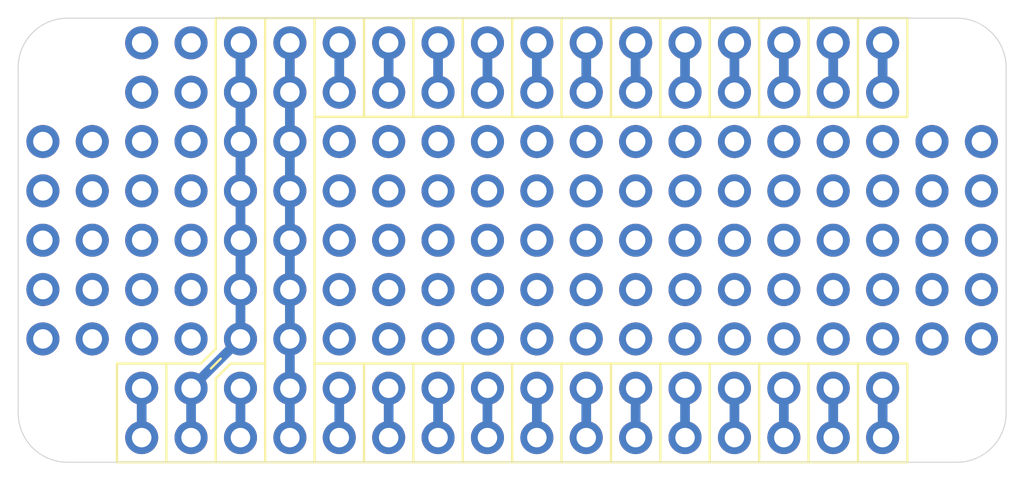
<source format=kicad_pcb>
(kicad_pcb (version 20171130) (host pcbnew "(5.1.5)-3")

  (general
    (thickness 1.6)
    (drawings 105)
    (tracks 42)
    (zones 0)
    (modules 168)
    (nets 1)
  )

  (page A4)
  (layers
    (0 F.Cu signal)
    (31 B.Cu signal)
    (32 B.Adhes user)
    (33 F.Adhes user)
    (34 B.Paste user)
    (35 F.Paste user)
    (36 B.SilkS user)
    (37 F.SilkS user)
    (38 B.Mask user)
    (39 F.Mask user)
    (40 Dwgs.User user)
    (41 Cmts.User user)
    (42 Eco1.User user)
    (43 Eco2.User user)
    (44 Edge.Cuts user)
    (45 Margin user)
    (46 B.CrtYd user)
    (47 F.CrtYd user)
    (48 B.Fab user)
    (49 F.Fab user)
  )

  (setup
    (last_trace_width 0.5)
    (user_trace_width 0.5)
    (trace_clearance 0.2)
    (zone_clearance 0.508)
    (zone_45_only no)
    (trace_min 0.2)
    (via_size 0.8)
    (via_drill 0.4)
    (via_min_size 0.4)
    (via_min_drill 0.3)
    (uvia_size 0.3)
    (uvia_drill 0.1)
    (uvias_allowed no)
    (uvia_min_size 0.2)
    (uvia_min_drill 0.1)
    (edge_width 0.05)
    (segment_width 0.2)
    (pcb_text_width 0.3)
    (pcb_text_size 1.5 1.5)
    (mod_edge_width 0.12)
    (mod_text_size 1 1)
    (mod_text_width 0.15)
    (pad_size 1.778 1.778)
    (pad_drill 1.016)
    (pad_to_mask_clearance 0.051)
    (solder_mask_min_width 0.25)
    (aux_axis_origin 0 0)
    (visible_elements FFFFFF7F)
    (pcbplotparams
      (layerselection 0x010fc_ffffffff)
      (usegerberextensions false)
      (usegerberattributes false)
      (usegerberadvancedattributes false)
      (creategerberjobfile false)
      (excludeedgelayer true)
      (linewidth 0.100000)
      (plotframeref false)
      (viasonmask false)
      (mode 1)
      (useauxorigin false)
      (hpglpennumber 1)
      (hpglpenspeed 20)
      (hpglpendiameter 15.000000)
      (psnegative false)
      (psa4output false)
      (plotreference true)
      (plotvalue true)
      (plotinvisibletext false)
      (padsonsilk false)
      (subtractmaskfromsilk false)
      (outputformat 1)
      (mirror false)
      (drillshape 0)
      (scaleselection 1)
      (outputdirectory ""))
  )

  (net 0 "")

  (net_class Default "This is the default net class."
    (clearance 0.2)
    (trace_width 0.25)
    (via_dia 0.8)
    (via_drill 0.4)
    (uvia_dia 0.3)
    (uvia_drill 0.1)
  )

  (net_class signal ""
    (clearance 0.2)
    (trace_width 0.5)
    (via_dia 0.8)
    (via_drill 0.4)
    (uvia_dia 0.3)
    (uvia_drill 0.1)
  )

  (module "Custom Libraries:simple_pad" (layer F.Cu) (tedit 5ECFC181) (tstamp 5ED10B88)
    (at 205.74 76.2)
    (fp_text reference REF** (at 0 2.54) (layer F.SilkS) hide
      (effects (font (size 1 1) (thickness 0.15)))
    )
    (fp_text value simple_pad (at 0 -3.81) (layer F.Fab) hide
      (effects (font (size 1 1) (thickness 0.15)))
    )
    (pad 1 thru_hole circle (at 0 0) (size 1.7 1.7) (drill 1) (layers *.Cu *.Mask))
  )

  (module "Custom Libraries:simple_pad" (layer F.Cu) (tedit 5ECFC181) (tstamp 5ED10B80)
    (at 205.74 73.66)
    (fp_text reference REF** (at 0 2.54) (layer F.SilkS) hide
      (effects (font (size 1 1) (thickness 0.15)))
    )
    (fp_text value simple_pad (at 0 -3.81) (layer F.Fab) hide
      (effects (font (size 1 1) (thickness 0.15)))
    )
    (pad 1 thru_hole circle (at 0 0) (size 1.7 1.7) (drill 1) (layers *.Cu *.Mask))
  )

  (module "Custom Libraries:simple_pad" (layer F.Cu) (tedit 5ECFC181) (tstamp 5ED10B78)
    (at 205.74 71.12)
    (fp_text reference REF** (at 0 2.54) (layer F.SilkS) hide
      (effects (font (size 1 1) (thickness 0.15)))
    )
    (fp_text value simple_pad (at 0 -3.81) (layer F.Fab) hide
      (effects (font (size 1 1) (thickness 0.15)))
    )
    (pad 1 thru_hole circle (at 0 0) (size 1.7 1.7) (drill 1) (layers *.Cu *.Mask))
  )

  (module "Custom Libraries:simple_pad" (layer F.Cu) (tedit 5ECFC181) (tstamp 5ED10B70)
    (at 205.74 68.58)
    (fp_text reference REF** (at 0 2.54) (layer F.SilkS) hide
      (effects (font (size 1 1) (thickness 0.15)))
    )
    (fp_text value simple_pad (at 0 -3.81) (layer F.Fab) hide
      (effects (font (size 1 1) (thickness 0.15)))
    )
    (pad 1 thru_hole circle (at 0 0) (size 1.7 1.7) (drill 1) (layers *.Cu *.Mask))
  )

  (module "Custom Libraries:simple_pad" (layer F.Cu) (tedit 5ECFC181) (tstamp 5ED10B68)
    (at 203.2 68.58)
    (fp_text reference REF** (at 0 2.54) (layer F.SilkS) hide
      (effects (font (size 1 1) (thickness 0.15)))
    )
    (fp_text value simple_pad (at 0 -3.81) (layer F.Fab) hide
      (effects (font (size 1 1) (thickness 0.15)))
    )
    (pad 1 thru_hole circle (at 0 0) (size 1.7 1.7) (drill 1) (layers *.Cu *.Mask))
  )

  (module "Custom Libraries:simple_pad" (layer F.Cu) (tedit 5ECFC181) (tstamp 5ED10B60)
    (at 203.2 71.12)
    (fp_text reference REF** (at 0 2.54) (layer F.SilkS) hide
      (effects (font (size 1 1) (thickness 0.15)))
    )
    (fp_text value simple_pad (at 0 -3.81) (layer F.Fab) hide
      (effects (font (size 1 1) (thickness 0.15)))
    )
    (pad 1 thru_hole circle (at 0 0) (size 1.7 1.7) (drill 1) (layers *.Cu *.Mask))
  )

  (module "Custom Libraries:simple_pad" (layer F.Cu) (tedit 5ECFC181) (tstamp 5ED10B58)
    (at 203.2 73.66)
    (fp_text reference REF** (at 0 2.54) (layer F.SilkS) hide
      (effects (font (size 1 1) (thickness 0.15)))
    )
    (fp_text value simple_pad (at 0 -3.81) (layer F.Fab) hide
      (effects (font (size 1 1) (thickness 0.15)))
    )
    (pad 1 thru_hole circle (at 0 0) (size 1.7 1.7) (drill 1) (layers *.Cu *.Mask))
  )

  (module "Custom Libraries:simple_pad" (layer F.Cu) (tedit 5ECFC181) (tstamp 5ED10B50)
    (at 203.2 76.2)
    (fp_text reference REF** (at 0 2.54) (layer F.SilkS) hide
      (effects (font (size 1 1) (thickness 0.15)))
    )
    (fp_text value simple_pad (at 0 -3.81) (layer F.Fab) hide
      (effects (font (size 1 1) (thickness 0.15)))
    )
    (pad 1 thru_hole circle (at 0 0) (size 1.7 1.7) (drill 1) (layers *.Cu *.Mask))
  )

  (module "Custom Libraries:simple_pad" (layer F.Cu) (tedit 5ECFC181) (tstamp 5ED10B48)
    (at 203.2 78.74)
    (fp_text reference REF** (at 0 2.54) (layer F.SilkS) hide
      (effects (font (size 1 1) (thickness 0.15)))
    )
    (fp_text value simple_pad (at 0 -3.81) (layer F.Fab) hide
      (effects (font (size 1 1) (thickness 0.15)))
    )
    (pad 1 thru_hole circle (at 0 0) (size 1.7 1.7) (drill 1) (layers *.Cu *.Mask))
  )

  (module "Custom Libraries:simple_pad" (layer F.Cu) (tedit 5ECFC181) (tstamp 5ED10B40)
    (at 203.2 81.28)
    (fp_text reference REF** (at 0 2.54) (layer F.SilkS) hide
      (effects (font (size 1 1) (thickness 0.15)))
    )
    (fp_text value simple_pad (at 0 -3.81) (layer F.Fab) hide
      (effects (font (size 1 1) (thickness 0.15)))
    )
    (pad 1 thru_hole circle (at 0 0) (size 1.7 1.7) (drill 1) (layers *.Cu *.Mask))
  )

  (module "Custom Libraries:simple_pad" (layer F.Cu) (tedit 5ECFC181) (tstamp 5ED10B38)
    (at 200.66 81.28)
    (fp_text reference REF** (at 0 2.54) (layer F.SilkS) hide
      (effects (font (size 1 1) (thickness 0.15)))
    )
    (fp_text value simple_pad (at 0 -3.81) (layer F.Fab) hide
      (effects (font (size 1 1) (thickness 0.15)))
    )
    (pad 1 thru_hole circle (at 0 0) (size 1.7 1.7) (drill 1) (layers *.Cu *.Mask))
  )

  (module "Custom Libraries:simple_pad" (layer F.Cu) (tedit 5ECFC181) (tstamp 5ED10B30)
    (at 200.66 78.74)
    (fp_text reference REF** (at 0 2.54) (layer F.SilkS) hide
      (effects (font (size 1 1) (thickness 0.15)))
    )
    (fp_text value simple_pad (at 0 -3.81) (layer F.Fab) hide
      (effects (font (size 1 1) (thickness 0.15)))
    )
    (pad 1 thru_hole circle (at 0 0) (size 1.7 1.7) (drill 1) (layers *.Cu *.Mask))
  )

  (module "Custom Libraries:simple_pad" (layer F.Cu) (tedit 5ECFC181) (tstamp 5ED10B28)
    (at 200.66 76.2)
    (fp_text reference REF** (at 0 2.54) (layer F.SilkS) hide
      (effects (font (size 1 1) (thickness 0.15)))
    )
    (fp_text value simple_pad (at 0 -3.81) (layer F.Fab) hide
      (effects (font (size 1 1) (thickness 0.15)))
    )
    (pad 1 thru_hole circle (at 0 0) (size 1.7 1.7) (drill 1) (layers *.Cu *.Mask))
  )

  (module "Custom Libraries:simple_pad" (layer F.Cu) (tedit 5ECFC181) (tstamp 5ED10B20)
    (at 200.66 73.66)
    (fp_text reference REF** (at 0 2.54) (layer F.SilkS) hide
      (effects (font (size 1 1) (thickness 0.15)))
    )
    (fp_text value simple_pad (at 0 -3.81) (layer F.Fab) hide
      (effects (font (size 1 1) (thickness 0.15)))
    )
    (pad 1 thru_hole circle (at 0 0) (size 1.7 1.7) (drill 1) (layers *.Cu *.Mask))
  )

  (module "Custom Libraries:simple_pad" (layer F.Cu) (tedit 5ECFC181) (tstamp 5ED10B18)
    (at 200.66 71.12)
    (fp_text reference REF** (at 0 2.54) (layer F.SilkS) hide
      (effects (font (size 1 1) (thickness 0.15)))
    )
    (fp_text value simple_pad (at 0 -3.81) (layer F.Fab) hide
      (effects (font (size 1 1) (thickness 0.15)))
    )
    (pad 1 thru_hole circle (at 0 0) (size 1.7 1.7) (drill 1) (layers *.Cu *.Mask))
  )

  (module "Custom Libraries:simple_pad" (layer F.Cu) (tedit 5ECFC181) (tstamp 5ED10B10)
    (at 200.66 68.58)
    (fp_text reference REF** (at 0 2.54) (layer F.SilkS) hide
      (effects (font (size 1 1) (thickness 0.15)))
    )
    (fp_text value simple_pad (at 0 -3.81) (layer F.Fab) hide
      (effects (font (size 1 1) (thickness 0.15)))
    )
    (pad 1 thru_hole circle (at 0 0) (size 1.7 1.7) (drill 1) (layers *.Cu *.Mask))
  )

  (module "Custom Libraries:simple_pad" (layer F.Cu) (tedit 5ECFC181) (tstamp 5ED10B08)
    (at 198.12 68.58)
    (fp_text reference REF** (at 0 2.54) (layer F.SilkS) hide
      (effects (font (size 1 1) (thickness 0.15)))
    )
    (fp_text value simple_pad (at 0 -3.81) (layer F.Fab) hide
      (effects (font (size 1 1) (thickness 0.15)))
    )
    (pad 1 thru_hole circle (at 0 0) (size 1.7 1.7) (drill 1) (layers *.Cu *.Mask))
  )

  (module "Custom Libraries:simple_pad" (layer F.Cu) (tedit 5ECFC181) (tstamp 5ED10B00)
    (at 198.12 71.12)
    (fp_text reference REF** (at 0 2.54) (layer F.SilkS) hide
      (effects (font (size 1 1) (thickness 0.15)))
    )
    (fp_text value simple_pad (at 0 -3.81) (layer F.Fab) hide
      (effects (font (size 1 1) (thickness 0.15)))
    )
    (pad 1 thru_hole circle (at 0 0) (size 1.7 1.7) (drill 1) (layers *.Cu *.Mask))
  )

  (module "Custom Libraries:simple_pad" (layer F.Cu) (tedit 5ECFC181) (tstamp 5ED10AF8)
    (at 198.12 73.66)
    (fp_text reference REF** (at 0 2.54) (layer F.SilkS) hide
      (effects (font (size 1 1) (thickness 0.15)))
    )
    (fp_text value simple_pad (at 0 -3.81) (layer F.Fab) hide
      (effects (font (size 1 1) (thickness 0.15)))
    )
    (pad 1 thru_hole circle (at 0 0) (size 1.7 1.7) (drill 1) (layers *.Cu *.Mask))
  )

  (module "Custom Libraries:simple_pad" (layer F.Cu) (tedit 5ECFC181) (tstamp 5ED10AF0)
    (at 198.12 76.2)
    (fp_text reference REF** (at 0 2.54) (layer F.SilkS) hide
      (effects (font (size 1 1) (thickness 0.15)))
    )
    (fp_text value simple_pad (at 0 -3.81) (layer F.Fab) hide
      (effects (font (size 1 1) (thickness 0.15)))
    )
    (pad 1 thru_hole circle (at 0 0) (size 1.7 1.7) (drill 1) (layers *.Cu *.Mask))
  )

  (module "Custom Libraries:simple_pad" (layer F.Cu) (tedit 5ECFC181) (tstamp 5ED10AE8)
    (at 198.12 78.74)
    (fp_text reference REF** (at 0 2.54) (layer F.SilkS) hide
      (effects (font (size 1 1) (thickness 0.15)))
    )
    (fp_text value simple_pad (at 0 -3.81) (layer F.Fab) hide
      (effects (font (size 1 1) (thickness 0.15)))
    )
    (pad 1 thru_hole circle (at 0 0) (size 1.7 1.7) (drill 1) (layers *.Cu *.Mask))
  )

  (module "Custom Libraries:simple_pad" (layer F.Cu) (tedit 5ECFC181) (tstamp 5ED10AE0)
    (at 198.12 81.28)
    (fp_text reference REF** (at 0 2.54) (layer F.SilkS) hide
      (effects (font (size 1 1) (thickness 0.15)))
    )
    (fp_text value simple_pad (at 0 -3.81) (layer F.Fab) hide
      (effects (font (size 1 1) (thickness 0.15)))
    )
    (pad 1 thru_hole circle (at 0 0) (size 1.7 1.7) (drill 1) (layers *.Cu *.Mask))
  )

  (module "Custom Libraries:simple_pad" (layer F.Cu) (tedit 5ECFC181) (tstamp 5ED10AD8)
    (at 195.58 81.28)
    (fp_text reference REF** (at 0 2.54) (layer F.SilkS) hide
      (effects (font (size 1 1) (thickness 0.15)))
    )
    (fp_text value simple_pad (at 0 -3.81) (layer F.Fab) hide
      (effects (font (size 1 1) (thickness 0.15)))
    )
    (pad 1 thru_hole circle (at 0 0) (size 1.7 1.7) (drill 1) (layers *.Cu *.Mask))
  )

  (module "Custom Libraries:simple_pad" (layer F.Cu) (tedit 5ECFC181) (tstamp 5ED10AD0)
    (at 195.58 78.74)
    (fp_text reference REF** (at 0 2.54) (layer F.SilkS) hide
      (effects (font (size 1 1) (thickness 0.15)))
    )
    (fp_text value simple_pad (at 0 -3.81) (layer F.Fab) hide
      (effects (font (size 1 1) (thickness 0.15)))
    )
    (pad 1 thru_hole circle (at 0 0) (size 1.7 1.7) (drill 1) (layers *.Cu *.Mask))
  )

  (module "Custom Libraries:simple_pad" (layer F.Cu) (tedit 5ECFC181) (tstamp 5ED10AC8)
    (at 195.58 76.2)
    (fp_text reference REF** (at 0 2.54) (layer F.SilkS) hide
      (effects (font (size 1 1) (thickness 0.15)))
    )
    (fp_text value simple_pad (at 0 -3.81) (layer F.Fab) hide
      (effects (font (size 1 1) (thickness 0.15)))
    )
    (pad 1 thru_hole circle (at 0 0) (size 1.7 1.7) (drill 1) (layers *.Cu *.Mask))
  )

  (module "Custom Libraries:simple_pad" (layer F.Cu) (tedit 5ECFC181) (tstamp 5ED10AC0)
    (at 195.58 73.66)
    (fp_text reference REF** (at 0 2.54) (layer F.SilkS) hide
      (effects (font (size 1 1) (thickness 0.15)))
    )
    (fp_text value simple_pad (at 0 -3.81) (layer F.Fab) hide
      (effects (font (size 1 1) (thickness 0.15)))
    )
    (pad 1 thru_hole circle (at 0 0) (size 1.7 1.7) (drill 1) (layers *.Cu *.Mask))
  )

  (module "Custom Libraries:simple_pad" (layer F.Cu) (tedit 5ECFC181) (tstamp 5ED10AB8)
    (at 195.58 71.12)
    (fp_text reference REF** (at 0 2.54) (layer F.SilkS) hide
      (effects (font (size 1 1) (thickness 0.15)))
    )
    (fp_text value simple_pad (at 0 -3.81) (layer F.Fab) hide
      (effects (font (size 1 1) (thickness 0.15)))
    )
    (pad 1 thru_hole circle (at 0 0) (size 1.7 1.7) (drill 1) (layers *.Cu *.Mask))
  )

  (module "Custom Libraries:simple_pad" (layer F.Cu) (tedit 5ECFC181) (tstamp 5ED10AB0)
    (at 195.58 68.58)
    (fp_text reference REF** (at 0 2.54) (layer F.SilkS) hide
      (effects (font (size 1 1) (thickness 0.15)))
    )
    (fp_text value simple_pad (at 0 -3.81) (layer F.Fab) hide
      (effects (font (size 1 1) (thickness 0.15)))
    )
    (pad 1 thru_hole circle (at 0 0) (size 1.7 1.7) (drill 1) (layers *.Cu *.Mask))
  )

  (module "Custom Libraries:simple_pad" (layer F.Cu) (tedit 5ECFC181) (tstamp 5ED10AA8)
    (at 193.04 68.58)
    (fp_text reference REF** (at 0 2.54) (layer F.SilkS) hide
      (effects (font (size 1 1) (thickness 0.15)))
    )
    (fp_text value simple_pad (at 0 -3.81) (layer F.Fab) hide
      (effects (font (size 1 1) (thickness 0.15)))
    )
    (pad 1 thru_hole circle (at 0 0) (size 1.7 1.7) (drill 1) (layers *.Cu *.Mask))
  )

  (module "Custom Libraries:simple_pad" (layer F.Cu) (tedit 5ECFC181) (tstamp 5ED10AA0)
    (at 193.04 71.12)
    (fp_text reference REF** (at 0 2.54) (layer F.SilkS) hide
      (effects (font (size 1 1) (thickness 0.15)))
    )
    (fp_text value simple_pad (at 0 -3.81) (layer F.Fab) hide
      (effects (font (size 1 1) (thickness 0.15)))
    )
    (pad 1 thru_hole circle (at 0 0) (size 1.7 1.7) (drill 1) (layers *.Cu *.Mask))
  )

  (module "Custom Libraries:simple_pad" (layer F.Cu) (tedit 5ECFC181) (tstamp 5ED10A98)
    (at 193.04 73.66)
    (fp_text reference REF** (at 0 2.54) (layer F.SilkS) hide
      (effects (font (size 1 1) (thickness 0.15)))
    )
    (fp_text value simple_pad (at 0 -3.81) (layer F.Fab) hide
      (effects (font (size 1 1) (thickness 0.15)))
    )
    (pad 1 thru_hole circle (at 0 0) (size 1.7 1.7) (drill 1) (layers *.Cu *.Mask))
  )

  (module "Custom Libraries:simple_pad" (layer F.Cu) (tedit 5ECFC181) (tstamp 5ED10A90)
    (at 193.04 76.2)
    (fp_text reference REF** (at 0 2.54) (layer F.SilkS) hide
      (effects (font (size 1 1) (thickness 0.15)))
    )
    (fp_text value simple_pad (at 0 -3.81) (layer F.Fab) hide
      (effects (font (size 1 1) (thickness 0.15)))
    )
    (pad 1 thru_hole circle (at 0 0) (size 1.7 1.7) (drill 1) (layers *.Cu *.Mask))
  )

  (module "Custom Libraries:simple_pad" (layer F.Cu) (tedit 5ECFC181) (tstamp 5ED10A88)
    (at 193.04 78.74)
    (fp_text reference REF** (at 0 2.54) (layer F.SilkS) hide
      (effects (font (size 1 1) (thickness 0.15)))
    )
    (fp_text value simple_pad (at 0 -3.81) (layer F.Fab) hide
      (effects (font (size 1 1) (thickness 0.15)))
    )
    (pad 1 thru_hole circle (at 0 0) (size 1.7 1.7) (drill 1) (layers *.Cu *.Mask))
  )

  (module "Custom Libraries:simple_pad" (layer F.Cu) (tedit 5ECFC181) (tstamp 5ED10A80)
    (at 193.04 81.28)
    (fp_text reference REF** (at 0 2.54) (layer F.SilkS) hide
      (effects (font (size 1 1) (thickness 0.15)))
    )
    (fp_text value simple_pad (at 0 -3.81) (layer F.Fab) hide
      (effects (font (size 1 1) (thickness 0.15)))
    )
    (pad 1 thru_hole circle (at 0 0) (size 1.7 1.7) (drill 1) (layers *.Cu *.Mask))
  )

  (module "Custom Libraries:simple_pad" (layer F.Cu) (tedit 5ECFC181) (tstamp 5ED10A78)
    (at 190.5 81.28)
    (fp_text reference REF** (at 0 2.54) (layer F.SilkS) hide
      (effects (font (size 1 1) (thickness 0.15)))
    )
    (fp_text value simple_pad (at 0 -3.81) (layer F.Fab) hide
      (effects (font (size 1 1) (thickness 0.15)))
    )
    (pad 1 thru_hole circle (at 0 0) (size 1.7 1.7) (drill 1) (layers *.Cu *.Mask))
  )

  (module "Custom Libraries:simple_pad" (layer F.Cu) (tedit 5ECFC181) (tstamp 5ED10A70)
    (at 190.5 78.74)
    (fp_text reference REF** (at 0 2.54) (layer F.SilkS) hide
      (effects (font (size 1 1) (thickness 0.15)))
    )
    (fp_text value simple_pad (at 0 -3.81) (layer F.Fab) hide
      (effects (font (size 1 1) (thickness 0.15)))
    )
    (pad 1 thru_hole circle (at 0 0) (size 1.7 1.7) (drill 1) (layers *.Cu *.Mask))
  )

  (module "Custom Libraries:simple_pad" (layer F.Cu) (tedit 5ECFC181) (tstamp 5ED10A68)
    (at 190.5 76.2)
    (fp_text reference REF** (at 0 2.54) (layer F.SilkS) hide
      (effects (font (size 1 1) (thickness 0.15)))
    )
    (fp_text value simple_pad (at 0 -3.81) (layer F.Fab) hide
      (effects (font (size 1 1) (thickness 0.15)))
    )
    (pad 1 thru_hole circle (at 0 0) (size 1.7 1.7) (drill 1) (layers *.Cu *.Mask))
  )

  (module "Custom Libraries:simple_pad" (layer F.Cu) (tedit 5ECFC181) (tstamp 5ED10A60)
    (at 190.5 73.66)
    (fp_text reference REF** (at 0 2.54) (layer F.SilkS) hide
      (effects (font (size 1 1) (thickness 0.15)))
    )
    (fp_text value simple_pad (at 0 -3.81) (layer F.Fab) hide
      (effects (font (size 1 1) (thickness 0.15)))
    )
    (pad 1 thru_hole circle (at 0 0) (size 1.7 1.7) (drill 1) (layers *.Cu *.Mask))
  )

  (module "Custom Libraries:simple_pad" (layer F.Cu) (tedit 5ECFC181) (tstamp 5ED10A58)
    (at 190.5 71.12)
    (fp_text reference REF** (at 0 2.54) (layer F.SilkS) hide
      (effects (font (size 1 1) (thickness 0.15)))
    )
    (fp_text value simple_pad (at 0 -3.81) (layer F.Fab) hide
      (effects (font (size 1 1) (thickness 0.15)))
    )
    (pad 1 thru_hole circle (at 0 0) (size 1.7 1.7) (drill 1) (layers *.Cu *.Mask))
  )

  (module "Custom Libraries:simple_pad" (layer F.Cu) (tedit 5ECFC181) (tstamp 5ED10A50)
    (at 190.5 68.58)
    (fp_text reference REF** (at 0 2.54) (layer F.SilkS) hide
      (effects (font (size 1 1) (thickness 0.15)))
    )
    (fp_text value simple_pad (at 0 -3.81) (layer F.Fab) hide
      (effects (font (size 1 1) (thickness 0.15)))
    )
    (pad 1 thru_hole circle (at 0 0) (size 1.7 1.7) (drill 1) (layers *.Cu *.Mask))
  )

  (module "Custom Libraries:simple_pad" (layer F.Cu) (tedit 5ECFC181) (tstamp 5ED10A48)
    (at 187.96 68.58)
    (fp_text reference REF** (at 0 2.54) (layer F.SilkS) hide
      (effects (font (size 1 1) (thickness 0.15)))
    )
    (fp_text value simple_pad (at 0 -3.81) (layer F.Fab) hide
      (effects (font (size 1 1) (thickness 0.15)))
    )
    (pad 1 thru_hole circle (at 0 0) (size 1.7 1.7) (drill 1) (layers *.Cu *.Mask))
  )

  (module "Custom Libraries:simple_pad" (layer F.Cu) (tedit 5ECFC181) (tstamp 5ED10A40)
    (at 187.96 71.12)
    (fp_text reference REF** (at 0 2.54) (layer F.SilkS) hide
      (effects (font (size 1 1) (thickness 0.15)))
    )
    (fp_text value simple_pad (at 0 -3.81) (layer F.Fab) hide
      (effects (font (size 1 1) (thickness 0.15)))
    )
    (pad 1 thru_hole circle (at 0 0) (size 1.7 1.7) (drill 1) (layers *.Cu *.Mask))
  )

  (module "Custom Libraries:simple_pad" (layer F.Cu) (tedit 5ECFC181) (tstamp 5ED10A38)
    (at 187.96 73.66)
    (fp_text reference REF** (at 0 2.54) (layer F.SilkS) hide
      (effects (font (size 1 1) (thickness 0.15)))
    )
    (fp_text value simple_pad (at 0 -3.81) (layer F.Fab) hide
      (effects (font (size 1 1) (thickness 0.15)))
    )
    (pad 1 thru_hole circle (at 0 0) (size 1.7 1.7) (drill 1) (layers *.Cu *.Mask))
  )

  (module "Custom Libraries:simple_pad" (layer F.Cu) (tedit 5ECFC181) (tstamp 5ED10A30)
    (at 187.96 76.2)
    (fp_text reference REF** (at 0 2.54) (layer F.SilkS) hide
      (effects (font (size 1 1) (thickness 0.15)))
    )
    (fp_text value simple_pad (at 0 -3.81) (layer F.Fab) hide
      (effects (font (size 1 1) (thickness 0.15)))
    )
    (pad 1 thru_hole circle (at 0 0) (size 1.7 1.7) (drill 1) (layers *.Cu *.Mask))
  )

  (module "Custom Libraries:simple_pad" (layer F.Cu) (tedit 5ECFC181) (tstamp 5ED10A28)
    (at 187.96 78.74)
    (fp_text reference REF** (at 0 2.54) (layer F.SilkS) hide
      (effects (font (size 1 1) (thickness 0.15)))
    )
    (fp_text value simple_pad (at 0 -3.81) (layer F.Fab) hide
      (effects (font (size 1 1) (thickness 0.15)))
    )
    (pad 1 thru_hole circle (at 0 0) (size 1.7 1.7) (drill 1) (layers *.Cu *.Mask))
  )

  (module "Custom Libraries:simple_pad" (layer F.Cu) (tedit 5ECFC181) (tstamp 5ED10A20)
    (at 187.96 81.28)
    (fp_text reference REF** (at 0 2.54) (layer F.SilkS) hide
      (effects (font (size 1 1) (thickness 0.15)))
    )
    (fp_text value simple_pad (at 0 -3.81) (layer F.Fab) hide
      (effects (font (size 1 1) (thickness 0.15)))
    )
    (pad 1 thru_hole circle (at 0 0) (size 1.7 1.7) (drill 1) (layers *.Cu *.Mask))
  )

  (module "Custom Libraries:simple_pad" (layer F.Cu) (tedit 5ECFC181) (tstamp 5ED10A18)
    (at 185.42 81.28)
    (fp_text reference REF** (at 0 2.54) (layer F.SilkS) hide
      (effects (font (size 1 1) (thickness 0.15)))
    )
    (fp_text value simple_pad (at 0 -3.81) (layer F.Fab) hide
      (effects (font (size 1 1) (thickness 0.15)))
    )
    (pad 1 thru_hole circle (at 0 0) (size 1.7 1.7) (drill 1) (layers *.Cu *.Mask))
  )

  (module "Custom Libraries:simple_pad" (layer F.Cu) (tedit 5ECFC181) (tstamp 5ED10A10)
    (at 185.42 78.74)
    (fp_text reference REF** (at 0 2.54) (layer F.SilkS) hide
      (effects (font (size 1 1) (thickness 0.15)))
    )
    (fp_text value simple_pad (at 0 -3.81) (layer F.Fab) hide
      (effects (font (size 1 1) (thickness 0.15)))
    )
    (pad 1 thru_hole circle (at 0 0) (size 1.7 1.7) (drill 1) (layers *.Cu *.Mask))
  )

  (module "Custom Libraries:simple_pad" (layer F.Cu) (tedit 5ECFC181) (tstamp 5ED10A08)
    (at 185.42 76.2)
    (fp_text reference REF** (at 0 2.54) (layer F.SilkS) hide
      (effects (font (size 1 1) (thickness 0.15)))
    )
    (fp_text value simple_pad (at 0 -3.81) (layer F.Fab) hide
      (effects (font (size 1 1) (thickness 0.15)))
    )
    (pad 1 thru_hole circle (at 0 0) (size 1.7 1.7) (drill 1) (layers *.Cu *.Mask))
  )

  (module "Custom Libraries:simple_pad" (layer F.Cu) (tedit 5ECFC181) (tstamp 5ED10A00)
    (at 185.42 73.66)
    (fp_text reference REF** (at 0 2.54) (layer F.SilkS) hide
      (effects (font (size 1 1) (thickness 0.15)))
    )
    (fp_text value simple_pad (at 0 -3.81) (layer F.Fab) hide
      (effects (font (size 1 1) (thickness 0.15)))
    )
    (pad 1 thru_hole circle (at 0 0) (size 1.7 1.7) (drill 1) (layers *.Cu *.Mask))
  )

  (module "Custom Libraries:simple_pad" (layer F.Cu) (tedit 5ECFC181) (tstamp 5ED109F8)
    (at 185.42 71.12)
    (fp_text reference REF** (at 0 2.54) (layer F.SilkS) hide
      (effects (font (size 1 1) (thickness 0.15)))
    )
    (fp_text value simple_pad (at 0 -3.81) (layer F.Fab) hide
      (effects (font (size 1 1) (thickness 0.15)))
    )
    (pad 1 thru_hole circle (at 0 0) (size 1.7 1.7) (drill 1) (layers *.Cu *.Mask))
  )

  (module "Custom Libraries:simple_pad" (layer F.Cu) (tedit 5ECFC181) (tstamp 5ED109F0)
    (at 185.42 68.58)
    (fp_text reference REF** (at 0 2.54) (layer F.SilkS) hide
      (effects (font (size 1 1) (thickness 0.15)))
    )
    (fp_text value simple_pad (at 0 -3.81) (layer F.Fab) hide
      (effects (font (size 1 1) (thickness 0.15)))
    )
    (pad 1 thru_hole circle (at 0 0) (size 1.7 1.7) (drill 1) (layers *.Cu *.Mask))
  )

  (module "Custom Libraries:simple_pad" (layer F.Cu) (tedit 5ECFC181) (tstamp 5ED109E8)
    (at 182.88 68.58)
    (fp_text reference REF** (at 0 2.54) (layer F.SilkS) hide
      (effects (font (size 1 1) (thickness 0.15)))
    )
    (fp_text value simple_pad (at 0 -3.81) (layer F.Fab) hide
      (effects (font (size 1 1) (thickness 0.15)))
    )
    (pad 1 thru_hole circle (at 0 0) (size 1.7 1.7) (drill 1) (layers *.Cu *.Mask))
  )

  (module "Custom Libraries:simple_pad" (layer F.Cu) (tedit 5ECFC181) (tstamp 5ED109E0)
    (at 182.88 71.12)
    (fp_text reference REF** (at 0 2.54) (layer F.SilkS) hide
      (effects (font (size 1 1) (thickness 0.15)))
    )
    (fp_text value simple_pad (at 0 -3.81) (layer F.Fab) hide
      (effects (font (size 1 1) (thickness 0.15)))
    )
    (pad 1 thru_hole circle (at 0 0) (size 1.7 1.7) (drill 1) (layers *.Cu *.Mask))
  )

  (module "Custom Libraries:simple_pad" (layer F.Cu) (tedit 5ECFC181) (tstamp 5ED109D8)
    (at 182.88 73.66)
    (fp_text reference REF** (at 0 2.54) (layer F.SilkS) hide
      (effects (font (size 1 1) (thickness 0.15)))
    )
    (fp_text value simple_pad (at 0 -3.81) (layer F.Fab) hide
      (effects (font (size 1 1) (thickness 0.15)))
    )
    (pad 1 thru_hole circle (at 0 0) (size 1.7 1.7) (drill 1) (layers *.Cu *.Mask))
  )

  (module "Custom Libraries:simple_pad" (layer F.Cu) (tedit 5ECFC181) (tstamp 5ED109D0)
    (at 182.88 76.2)
    (fp_text reference REF** (at 0 2.54) (layer F.SilkS) hide
      (effects (font (size 1 1) (thickness 0.15)))
    )
    (fp_text value simple_pad (at 0 -3.81) (layer F.Fab) hide
      (effects (font (size 1 1) (thickness 0.15)))
    )
    (pad 1 thru_hole circle (at 0 0) (size 1.7 1.7) (drill 1) (layers *.Cu *.Mask))
  )

  (module "Custom Libraries:simple_pad" (layer F.Cu) (tedit 5ECFC181) (tstamp 5ED109C8)
    (at 182.88 78.74)
    (fp_text reference REF** (at 0 2.54) (layer F.SilkS) hide
      (effects (font (size 1 1) (thickness 0.15)))
    )
    (fp_text value simple_pad (at 0 -3.81) (layer F.Fab) hide
      (effects (font (size 1 1) (thickness 0.15)))
    )
    (pad 1 thru_hole circle (at 0 0) (size 1.7 1.7) (drill 1) (layers *.Cu *.Mask))
  )

  (module "Custom Libraries:simple_pad" (layer F.Cu) (tedit 5ECFC181) (tstamp 5ED109C0)
    (at 182.88 81.28)
    (fp_text reference REF** (at 0 2.54) (layer F.SilkS) hide
      (effects (font (size 1 1) (thickness 0.15)))
    )
    (fp_text value simple_pad (at 0 -3.81) (layer F.Fab) hide
      (effects (font (size 1 1) (thickness 0.15)))
    )
    (pad 1 thru_hole circle (at 0 0) (size 1.7 1.7) (drill 1) (layers *.Cu *.Mask))
  )

  (module "Custom Libraries:simple_pad" (layer F.Cu) (tedit 5ECFC181) (tstamp 5ED109B8)
    (at 180.34 81.28)
    (fp_text reference REF** (at 0 2.54) (layer F.SilkS) hide
      (effects (font (size 1 1) (thickness 0.15)))
    )
    (fp_text value simple_pad (at 0 -3.81) (layer F.Fab) hide
      (effects (font (size 1 1) (thickness 0.15)))
    )
    (pad 1 thru_hole circle (at 0 0) (size 1.7 1.7) (drill 1) (layers *.Cu *.Mask))
  )

  (module "Custom Libraries:simple_pad" (layer F.Cu) (tedit 5ECFC181) (tstamp 5ED109B0)
    (at 180.34 78.74)
    (fp_text reference REF** (at 0 2.54) (layer F.SilkS) hide
      (effects (font (size 1 1) (thickness 0.15)))
    )
    (fp_text value simple_pad (at 0 -3.81) (layer F.Fab) hide
      (effects (font (size 1 1) (thickness 0.15)))
    )
    (pad 1 thru_hole circle (at 0 0) (size 1.7 1.7) (drill 1) (layers *.Cu *.Mask))
  )

  (module "Custom Libraries:simple_pad" (layer F.Cu) (tedit 5ECFC181) (tstamp 5ED109A8)
    (at 180.34 76.2)
    (fp_text reference REF** (at 0 2.54) (layer F.SilkS) hide
      (effects (font (size 1 1) (thickness 0.15)))
    )
    (fp_text value simple_pad (at 0 -3.81) (layer F.Fab) hide
      (effects (font (size 1 1) (thickness 0.15)))
    )
    (pad 1 thru_hole circle (at 0 0) (size 1.7 1.7) (drill 1) (layers *.Cu *.Mask))
  )

  (module "Custom Libraries:simple_pad" (layer F.Cu) (tedit 5ECFC181) (tstamp 5ED109A0)
    (at 180.34 73.66)
    (fp_text reference REF** (at 0 2.54) (layer F.SilkS) hide
      (effects (font (size 1 1) (thickness 0.15)))
    )
    (fp_text value simple_pad (at 0 -3.81) (layer F.Fab) hide
      (effects (font (size 1 1) (thickness 0.15)))
    )
    (pad 1 thru_hole circle (at 0 0) (size 1.7 1.7) (drill 1) (layers *.Cu *.Mask))
  )

  (module "Custom Libraries:simple_pad" (layer F.Cu) (tedit 5ECFC181) (tstamp 5ED10998)
    (at 180.34 71.12)
    (fp_text reference REF** (at 0 2.54) (layer F.SilkS) hide
      (effects (font (size 1 1) (thickness 0.15)))
    )
    (fp_text value simple_pad (at 0 -3.81) (layer F.Fab) hide
      (effects (font (size 1 1) (thickness 0.15)))
    )
    (pad 1 thru_hole circle (at 0 0) (size 1.7 1.7) (drill 1) (layers *.Cu *.Mask))
  )

  (module "Custom Libraries:simple_pad" (layer F.Cu) (tedit 5ECFC181) (tstamp 5ED10990)
    (at 180.34 68.58)
    (fp_text reference REF** (at 0 2.54) (layer F.SilkS) hide
      (effects (font (size 1 1) (thickness 0.15)))
    )
    (fp_text value simple_pad (at 0 -3.81) (layer F.Fab) hide
      (effects (font (size 1 1) (thickness 0.15)))
    )
    (pad 1 thru_hole circle (at 0 0) (size 1.7 1.7) (drill 1) (layers *.Cu *.Mask))
  )

  (module "Custom Libraries:simple_pad" (layer F.Cu) (tedit 5ECFC181) (tstamp 5ED10988)
    (at 177.8 68.58)
    (fp_text reference REF** (at 0 2.54) (layer F.SilkS) hide
      (effects (font (size 1 1) (thickness 0.15)))
    )
    (fp_text value simple_pad (at 0 -3.81) (layer F.Fab) hide
      (effects (font (size 1 1) (thickness 0.15)))
    )
    (pad 1 thru_hole circle (at 0 0) (size 1.7 1.7) (drill 1) (layers *.Cu *.Mask))
  )

  (module "Custom Libraries:simple_pad" (layer F.Cu) (tedit 5ECFC181) (tstamp 5ED10980)
    (at 177.8 71.12)
    (fp_text reference REF** (at 0 2.54) (layer F.SilkS) hide
      (effects (font (size 1 1) (thickness 0.15)))
    )
    (fp_text value simple_pad (at 0 -3.81) (layer F.Fab) hide
      (effects (font (size 1 1) (thickness 0.15)))
    )
    (pad 1 thru_hole circle (at 0 0) (size 1.7 1.7) (drill 1) (layers *.Cu *.Mask))
  )

  (module "Custom Libraries:simple_pad" (layer F.Cu) (tedit 5ECFC181) (tstamp 5ED10978)
    (at 177.8 73.66)
    (fp_text reference REF** (at 0 2.54) (layer F.SilkS) hide
      (effects (font (size 1 1) (thickness 0.15)))
    )
    (fp_text value simple_pad (at 0 -3.81) (layer F.Fab) hide
      (effects (font (size 1 1) (thickness 0.15)))
    )
    (pad 1 thru_hole circle (at 0 0) (size 1.7 1.7) (drill 1) (layers *.Cu *.Mask))
  )

  (module "Custom Libraries:simple_pad" (layer F.Cu) (tedit 5ECFC181) (tstamp 5ED10970)
    (at 177.8 76.2)
    (fp_text reference REF** (at 0 2.54) (layer F.SilkS) hide
      (effects (font (size 1 1) (thickness 0.15)))
    )
    (fp_text value simple_pad (at 0 -3.81) (layer F.Fab) hide
      (effects (font (size 1 1) (thickness 0.15)))
    )
    (pad 1 thru_hole circle (at 0 0) (size 1.7 1.7) (drill 1) (layers *.Cu *.Mask))
  )

  (module "Custom Libraries:simple_pad" (layer F.Cu) (tedit 5ECFC181) (tstamp 5ED10968)
    (at 177.8 78.74)
    (fp_text reference REF** (at 0 2.54) (layer F.SilkS) hide
      (effects (font (size 1 1) (thickness 0.15)))
    )
    (fp_text value simple_pad (at 0 -3.81) (layer F.Fab) hide
      (effects (font (size 1 1) (thickness 0.15)))
    )
    (pad 1 thru_hole circle (at 0 0) (size 1.7 1.7) (drill 1) (layers *.Cu *.Mask))
  )

  (module "Custom Libraries:simple_pad" (layer F.Cu) (tedit 5ECFC181) (tstamp 5ED10960)
    (at 177.8 81.28)
    (fp_text reference REF** (at 0 2.54) (layer F.SilkS) hide
      (effects (font (size 1 1) (thickness 0.15)))
    )
    (fp_text value simple_pad (at 0 -3.81) (layer F.Fab) hide
      (effects (font (size 1 1) (thickness 0.15)))
    )
    (pad 1 thru_hole circle (at 0 0) (size 1.7 1.7) (drill 1) (layers *.Cu *.Mask))
  )

  (module "Custom Libraries:simple_pad" (layer F.Cu) (tedit 5ECFC181) (tstamp 5ED10958)
    (at 175.26 81.28)
    (fp_text reference REF** (at 0 2.54) (layer F.SilkS) hide
      (effects (font (size 1 1) (thickness 0.15)))
    )
    (fp_text value simple_pad (at 0 -3.81) (layer F.Fab) hide
      (effects (font (size 1 1) (thickness 0.15)))
    )
    (pad 1 thru_hole circle (at 0 0) (size 1.7 1.7) (drill 1) (layers *.Cu *.Mask))
  )

  (module "Custom Libraries:simple_pad" (layer F.Cu) (tedit 5ECFC181) (tstamp 5ED10950)
    (at 175.26 78.74)
    (fp_text reference REF** (at 0 2.54) (layer F.SilkS) hide
      (effects (font (size 1 1) (thickness 0.15)))
    )
    (fp_text value simple_pad (at 0 -3.81) (layer F.Fab) hide
      (effects (font (size 1 1) (thickness 0.15)))
    )
    (pad 1 thru_hole circle (at 0 0) (size 1.7 1.7) (drill 1) (layers *.Cu *.Mask))
  )

  (module "Custom Libraries:simple_pad" (layer F.Cu) (tedit 5ECFC181) (tstamp 5ED10948)
    (at 175.26 76.2)
    (fp_text reference REF** (at 0 2.54) (layer F.SilkS) hide
      (effects (font (size 1 1) (thickness 0.15)))
    )
    (fp_text value simple_pad (at 0 -3.81) (layer F.Fab) hide
      (effects (font (size 1 1) (thickness 0.15)))
    )
    (pad 1 thru_hole circle (at 0 0) (size 1.7 1.7) (drill 1) (layers *.Cu *.Mask))
  )

  (module "Custom Libraries:simple_pad" (layer F.Cu) (tedit 5ECFC181) (tstamp 5ED10940)
    (at 175.26 73.66)
    (fp_text reference REF** (at 0 2.54) (layer F.SilkS) hide
      (effects (font (size 1 1) (thickness 0.15)))
    )
    (fp_text value simple_pad (at 0 -3.81) (layer F.Fab) hide
      (effects (font (size 1 1) (thickness 0.15)))
    )
    (pad 1 thru_hole circle (at 0 0) (size 1.7 1.7) (drill 1) (layers *.Cu *.Mask))
  )

  (module "Custom Libraries:simple_pad" (layer F.Cu) (tedit 5ECFC181) (tstamp 5ED10938)
    (at 175.26 71.12)
    (fp_text reference REF** (at 0 2.54) (layer F.SilkS) hide
      (effects (font (size 1 1) (thickness 0.15)))
    )
    (fp_text value simple_pad (at 0 -3.81) (layer F.Fab) hide
      (effects (font (size 1 1) (thickness 0.15)))
    )
    (pad 1 thru_hole circle (at 0 0) (size 1.7 1.7) (drill 1) (layers *.Cu *.Mask))
  )

  (module "Custom Libraries:simple_pad" (layer F.Cu) (tedit 5ECFC181) (tstamp 5ED10930)
    (at 175.26 68.58)
    (fp_text reference REF** (at 0 2.54) (layer F.SilkS) hide
      (effects (font (size 1 1) (thickness 0.15)))
    )
    (fp_text value simple_pad (at 0 -3.81) (layer F.Fab) hide
      (effects (font (size 1 1) (thickness 0.15)))
    )
    (pad 1 thru_hole circle (at 0 0) (size 1.7 1.7) (drill 1) (layers *.Cu *.Mask))
  )

  (module "Custom Libraries:simple_pad" (layer F.Cu) (tedit 5ECFC181) (tstamp 5ED10928)
    (at 172.72 71.12)
    (fp_text reference REF** (at 0 2.54) (layer F.SilkS) hide
      (effects (font (size 1 1) (thickness 0.15)))
    )
    (fp_text value simple_pad (at 0 -3.81) (layer F.Fab) hide
      (effects (font (size 1 1) (thickness 0.15)))
    )
    (pad 1 thru_hole circle (at 0 0) (size 1.7 1.7) (drill 1) (layers *.Cu *.Mask))
  )

  (module "Custom Libraries:simple_pad" (layer F.Cu) (tedit 5ECFC181) (tstamp 5ED10920)
    (at 172.72 73.66)
    (fp_text reference REF** (at 0 2.54) (layer F.SilkS) hide
      (effects (font (size 1 1) (thickness 0.15)))
    )
    (fp_text value simple_pad (at 0 -3.81) (layer F.Fab) hide
      (effects (font (size 1 1) (thickness 0.15)))
    )
    (pad 1 thru_hole circle (at 0 0) (size 1.7 1.7) (drill 1) (layers *.Cu *.Mask))
  )

  (module "Custom Libraries:simple_pad" (layer F.Cu) (tedit 5ECFC181) (tstamp 5ED10918)
    (at 172.72 76.2)
    (fp_text reference REF** (at 0 2.54) (layer F.SilkS) hide
      (effects (font (size 1 1) (thickness 0.15)))
    )
    (fp_text value simple_pad (at 0 -3.81) (layer F.Fab) hide
      (effects (font (size 1 1) (thickness 0.15)))
    )
    (pad 1 thru_hole circle (at 0 0) (size 1.7 1.7) (drill 1) (layers *.Cu *.Mask))
  )

  (module "Custom Libraries:simple_pad" (layer F.Cu) (tedit 5ECFC181) (tstamp 5ED10910)
    (at 172.72 78.74)
    (fp_text reference REF** (at 0 2.54) (layer F.SilkS) hide
      (effects (font (size 1 1) (thickness 0.15)))
    )
    (fp_text value simple_pad (at 0 -3.81) (layer F.Fab) hide
      (effects (font (size 1 1) (thickness 0.15)))
    )
    (pad 1 thru_hole circle (at 0 0) (size 1.7 1.7) (drill 1) (layers *.Cu *.Mask))
  )

  (module "Custom Libraries:simple_pad" (layer F.Cu) (tedit 5ECFC181) (tstamp 5ED10908)
    (at 172.72 81.28)
    (fp_text reference REF** (at 0 2.54) (layer F.SilkS) hide
      (effects (font (size 1 1) (thickness 0.15)))
    )
    (fp_text value simple_pad (at 0 -3.81) (layer F.Fab) hide
      (effects (font (size 1 1) (thickness 0.15)))
    )
    (pad 1 thru_hole circle (at 0 0) (size 1.7 1.7) (drill 1) (layers *.Cu *.Mask))
  )

  (module "Custom Libraries:simple_pad" (layer F.Cu) (tedit 5ECFC181) (tstamp 5ED10900)
    (at 170.18 81.28)
    (fp_text reference REF** (at 0 2.54) (layer F.SilkS) hide
      (effects (font (size 1 1) (thickness 0.15)))
    )
    (fp_text value simple_pad (at 0 -3.81) (layer F.Fab) hide
      (effects (font (size 1 1) (thickness 0.15)))
    )
    (pad 1 thru_hole circle (at 0 0) (size 1.7 1.7) (drill 1) (layers *.Cu *.Mask))
  )

  (module "Custom Libraries:simple_pad" (layer F.Cu) (tedit 5ECFC181) (tstamp 5ED108F8)
    (at 170.18 78.74)
    (fp_text reference REF** (at 0 2.54) (layer F.SilkS) hide
      (effects (font (size 1 1) (thickness 0.15)))
    )
    (fp_text value simple_pad (at 0 -3.81) (layer F.Fab) hide
      (effects (font (size 1 1) (thickness 0.15)))
    )
    (pad 1 thru_hole circle (at 0 0) (size 1.7 1.7) (drill 1) (layers *.Cu *.Mask))
  )

  (module "Custom Libraries:simple_pad" (layer F.Cu) (tedit 5ECFC181) (tstamp 5ED108F0)
    (at 167.64 78.74)
    (fp_text reference REF** (at 0 2.54) (layer F.SilkS) hide
      (effects (font (size 1 1) (thickness 0.15)))
    )
    (fp_text value simple_pad (at 0 -3.81) (layer F.Fab) hide
      (effects (font (size 1 1) (thickness 0.15)))
    )
    (pad 1 thru_hole circle (at 0 0) (size 1.7 1.7) (drill 1) (layers *.Cu *.Mask))
  )

  (module "Custom Libraries:simple_pad" (layer F.Cu) (tedit 5ECFC181) (tstamp 5ED108E8)
    (at 167.64 81.28)
    (fp_text reference REF** (at 0 2.54) (layer F.SilkS) hide
      (effects (font (size 1 1) (thickness 0.15)))
    )
    (fp_text value simple_pad (at 0 -3.81) (layer F.Fab) hide
      (effects (font (size 1 1) (thickness 0.15)))
    )
    (pad 1 thru_hole circle (at 0 0) (size 1.7 1.7) (drill 1) (layers *.Cu *.Mask))
  )

  (module "Custom Libraries:simple_pad" (layer F.Cu) (tedit 5ECFC181) (tstamp 5ED108E0)
    (at 165.1 81.28)
    (fp_text reference REF** (at 0 2.54) (layer F.SilkS) hide
      (effects (font (size 1 1) (thickness 0.15)))
    )
    (fp_text value simple_pad (at 0 -3.81) (layer F.Fab) hide
      (effects (font (size 1 1) (thickness 0.15)))
    )
    (pad 1 thru_hole circle (at 0 0) (size 1.7 1.7) (drill 1) (layers *.Cu *.Mask))
  )

  (module "Custom Libraries:simple_pad" (layer F.Cu) (tedit 5ECFC181) (tstamp 5ED108D8)
    (at 165.1 78.74)
    (fp_text reference REF** (at 0 2.54) (layer F.SilkS) hide
      (effects (font (size 1 1) (thickness 0.15)))
    )
    (fp_text value simple_pad (at 0 -3.81) (layer F.Fab) hide
      (effects (font (size 1 1) (thickness 0.15)))
    )
    (pad 1 thru_hole circle (at 0 0) (size 1.7 1.7) (drill 1) (layers *.Cu *.Mask))
  )

  (module "Custom Libraries:simple_pad" (layer F.Cu) (tedit 5ECFC181) (tstamp 5ED108D0)
    (at 170.18 76.2)
    (fp_text reference REF** (at 0 2.54) (layer F.SilkS) hide
      (effects (font (size 1 1) (thickness 0.15)))
    )
    (fp_text value simple_pad (at 0 -3.81) (layer F.Fab) hide
      (effects (font (size 1 1) (thickness 0.15)))
    )
    (pad 1 thru_hole circle (at 0 0) (size 1.7 1.7) (drill 1) (layers *.Cu *.Mask))
  )

  (module "Custom Libraries:simple_pad" (layer F.Cu) (tedit 5ECFC181) (tstamp 5ED108C8)
    (at 170.18 73.66)
    (fp_text reference REF** (at 0 2.54) (layer F.SilkS) hide
      (effects (font (size 1 1) (thickness 0.15)))
    )
    (fp_text value simple_pad (at 0 -3.81) (layer F.Fab) hide
      (effects (font (size 1 1) (thickness 0.15)))
    )
    (pad 1 thru_hole circle (at 0 0) (size 1.7 1.7) (drill 1) (layers *.Cu *.Mask))
  )

  (module "Custom Libraries:simple_pad" (layer F.Cu) (tedit 5ECFC181) (tstamp 5ED108C0)
    (at 170.18 71.12)
    (fp_text reference REF** (at 0 2.54) (layer F.SilkS) hide
      (effects (font (size 1 1) (thickness 0.15)))
    )
    (fp_text value simple_pad (at 0 -3.81) (layer F.Fab) hide
      (effects (font (size 1 1) (thickness 0.15)))
    )
    (pad 1 thru_hole circle (at 0 0) (size 1.7 1.7) (drill 1) (layers *.Cu *.Mask))
  )

  (module "Custom Libraries:simple_pad" (layer F.Cu) (tedit 5ECFC181) (tstamp 5ED108B8)
    (at 172.72 68.58)
    (fp_text reference REF** (at 0 2.54) (layer F.SilkS) hide
      (effects (font (size 1 1) (thickness 0.15)))
    )
    (fp_text value simple_pad (at 0 -3.81) (layer F.Fab) hide
      (effects (font (size 1 1) (thickness 0.15)))
    )
    (pad 1 thru_hole circle (at 0 0) (size 1.7 1.7) (drill 1) (layers *.Cu *.Mask))
  )

  (module "Custom Libraries:simple_pad" (layer F.Cu) (tedit 5ECFC181) (tstamp 5ED108B0)
    (at 170.18 68.58)
    (fp_text reference REF** (at 0 2.54) (layer F.SilkS) hide
      (effects (font (size 1 1) (thickness 0.15)))
    )
    (fp_text value simple_pad (at 0 -3.81) (layer F.Fab) hide
      (effects (font (size 1 1) (thickness 0.15)))
    )
    (pad 1 thru_hole circle (at 0 0) (size 1.7 1.7) (drill 1) (layers *.Cu *.Mask))
  )

  (module "Custom Libraries:simple_pad" (layer F.Cu) (tedit 5ECFC181) (tstamp 5ED108A8)
    (at 167.64 68.58)
    (fp_text reference REF** (at 0 2.54) (layer F.SilkS) hide
      (effects (font (size 1 1) (thickness 0.15)))
    )
    (fp_text value simple_pad (at 0 -3.81) (layer F.Fab) hide
      (effects (font (size 1 1) (thickness 0.15)))
    )
    (pad 1 thru_hole circle (at 0 0) (size 1.7 1.7) (drill 1) (layers *.Cu *.Mask))
  )

  (module "Custom Libraries:simple_pad" (layer F.Cu) (tedit 5ECFC181) (tstamp 5ED108A0)
    (at 167.64 71.12)
    (fp_text reference REF** (at 0 2.54) (layer F.SilkS) hide
      (effects (font (size 1 1) (thickness 0.15)))
    )
    (fp_text value simple_pad (at 0 -3.81) (layer F.Fab) hide
      (effects (font (size 1 1) (thickness 0.15)))
    )
    (pad 1 thru_hole circle (at 0 0) (size 1.7 1.7) (drill 1) (layers *.Cu *.Mask))
  )

  (module "Custom Libraries:simple_pad" (layer F.Cu) (tedit 5ECFC181) (tstamp 5ED10898)
    (at 167.64 73.66)
    (fp_text reference REF** (at 0 2.54) (layer F.SilkS) hide
      (effects (font (size 1 1) (thickness 0.15)))
    )
    (fp_text value simple_pad (at 0 -3.81) (layer F.Fab) hide
      (effects (font (size 1 1) (thickness 0.15)))
    )
    (pad 1 thru_hole circle (at 0 0) (size 1.7 1.7) (drill 1) (layers *.Cu *.Mask))
  )

  (module "Custom Libraries:simple_pad" (layer F.Cu) (tedit 5ECFC181) (tstamp 5ED10890)
    (at 167.64 76.2)
    (fp_text reference REF** (at 0 2.54) (layer F.SilkS) hide
      (effects (font (size 1 1) (thickness 0.15)))
    )
    (fp_text value simple_pad (at 0 -3.81) (layer F.Fab) hide
      (effects (font (size 1 1) (thickness 0.15)))
    )
    (pad 1 thru_hole circle (at 0 0) (size 1.7 1.7) (drill 1) (layers *.Cu *.Mask))
  )

  (module "Custom Libraries:simple_pad" (layer F.Cu) (tedit 5ECFC181) (tstamp 5ED10888)
    (at 165.1 76.2)
    (fp_text reference REF** (at 0 2.54) (layer F.SilkS) hide
      (effects (font (size 1 1) (thickness 0.15)))
    )
    (fp_text value simple_pad (at 0 -3.81) (layer F.Fab) hide
      (effects (font (size 1 1) (thickness 0.15)))
    )
    (pad 1 thru_hole circle (at 0 0) (size 1.7 1.7) (drill 1) (layers *.Cu *.Mask))
  )

  (module "Custom Libraries:simple_pad" (layer F.Cu) (tedit 5ECFC181) (tstamp 5ED10880)
    (at 165.1 73.66)
    (fp_text reference REF** (at 0 2.54) (layer F.SilkS) hide
      (effects (font (size 1 1) (thickness 0.15)))
    )
    (fp_text value simple_pad (at 0 -3.81) (layer F.Fab) hide
      (effects (font (size 1 1) (thickness 0.15)))
    )
    (pad 1 thru_hole circle (at 0 0) (size 1.7 1.7) (drill 1) (layers *.Cu *.Mask))
  )

  (module "Custom Libraries:simple_pad" (layer F.Cu) (tedit 5ECFC181) (tstamp 5ED1084D)
    (at 165.1 71.12)
    (fp_text reference REF** (at 0 2.54) (layer F.SilkS) hide
      (effects (font (size 1 1) (thickness 0.15)))
    )
    (fp_text value simple_pad (at 0 -3.81) (layer F.Fab) hide
      (effects (font (size 1 1) (thickness 0.15)))
    )
    (pad 1 thru_hole circle (at 0 0) (size 1.7 1.7) (drill 1) (layers *.Cu *.Mask))
  )

  (module "Custom Libraries:simple_pad" (layer F.Cu) (tedit 5ECFC181) (tstamp 5ED107FF)
    (at 165.1 68.58)
    (fp_text reference REF** (at 0 2.54) (layer F.SilkS) hide
      (effects (font (size 1 1) (thickness 0.15)))
    )
    (fp_text value simple_pad (at 0 -3.81) (layer F.Fab) hide
      (effects (font (size 1 1) (thickness 0.15)))
    )
    (pad 1 thru_hole circle (at 0 0) (size 1.7 1.7) (drill 1) (layers *.Cu *.Mask))
  )

  (module "Custom Libraries:simple_pad" (layer F.Cu) (tedit 5ECFC181) (tstamp 5ED107F7)
    (at 162.56 68.58)
    (fp_text reference REF** (at 0 2.54) (layer F.SilkS) hide
      (effects (font (size 1 1) (thickness 0.15)))
    )
    (fp_text value simple_pad (at 0 -3.81) (layer F.Fab) hide
      (effects (font (size 1 1) (thickness 0.15)))
    )
    (pad 1 thru_hole circle (at 0 0) (size 1.7 1.7) (drill 1) (layers *.Cu *.Mask))
  )

  (module "Custom Libraries:simple_pad" (layer F.Cu) (tedit 5ECFC181) (tstamp 5ED107EF)
    (at 162.56 71.12)
    (fp_text reference REF** (at 0 2.54) (layer F.SilkS) hide
      (effects (font (size 1 1) (thickness 0.15)))
    )
    (fp_text value simple_pad (at 0 -3.81) (layer F.Fab) hide
      (effects (font (size 1 1) (thickness 0.15)))
    )
    (pad 1 thru_hole circle (at 0 0) (size 1.7 1.7) (drill 1) (layers *.Cu *.Mask))
  )

  (module "Custom Libraries:simple_pad" (layer F.Cu) (tedit 5ECFC181) (tstamp 5ED107E7)
    (at 162.56 73.66)
    (fp_text reference REF** (at 0 2.54) (layer F.SilkS) hide
      (effects (font (size 1 1) (thickness 0.15)))
    )
    (fp_text value simple_pad (at 0 -3.81) (layer F.Fab) hide
      (effects (font (size 1 1) (thickness 0.15)))
    )
    (pad 1 thru_hole circle (at 0 0) (size 1.7 1.7) (drill 1) (layers *.Cu *.Mask))
  )

  (module "Custom Libraries:simple_pad" (layer F.Cu) (tedit 5ECFC181) (tstamp 5ED107DF)
    (at 162.56 76.2)
    (fp_text reference REF** (at 0 2.54) (layer F.SilkS) hide
      (effects (font (size 1 1) (thickness 0.15)))
    )
    (fp_text value simple_pad (at 0 -3.81) (layer F.Fab) hide
      (effects (font (size 1 1) (thickness 0.15)))
    )
    (pad 1 thru_hole circle (at 0 0) (size 1.7 1.7) (drill 1) (layers *.Cu *.Mask))
  )

  (module "Custom Libraries:simple_pad" (layer F.Cu) (tedit 5ECFC181) (tstamp 5ED107D7)
    (at 160.02 76.2)
    (fp_text reference REF** (at 0 2.54) (layer F.SilkS) hide
      (effects (font (size 1 1) (thickness 0.15)))
    )
    (fp_text value simple_pad (at 0 -3.81) (layer F.Fab) hide
      (effects (font (size 1 1) (thickness 0.15)))
    )
    (pad 1 thru_hole circle (at 0 0) (size 1.7 1.7) (drill 1) (layers *.Cu *.Mask))
  )

  (module "Custom Libraries:simple_pad" (layer F.Cu) (tedit 5ECFC181) (tstamp 5ED107CF)
    (at 160.02 73.66)
    (fp_text reference REF** (at 0 2.54) (layer F.SilkS) hide
      (effects (font (size 1 1) (thickness 0.15)))
    )
    (fp_text value simple_pad (at 0 -3.81) (layer F.Fab) hide
      (effects (font (size 1 1) (thickness 0.15)))
    )
    (pad 1 thru_hole circle (at 0 0) (size 1.7 1.7) (drill 1) (layers *.Cu *.Mask))
  )

  (module "Custom Libraries:simple_pad" (layer F.Cu) (tedit 5ECFC181) (tstamp 5ED107C7)
    (at 160.02 71.12)
    (fp_text reference REF** (at 0 2.54) (layer F.SilkS) hide
      (effects (font (size 1 1) (thickness 0.15)))
    )
    (fp_text value simple_pad (at 0 -3.81) (layer F.Fab) hide
      (effects (font (size 1 1) (thickness 0.15)))
    )
    (pad 1 thru_hole circle (at 0 0) (size 1.7 1.7) (drill 1) (layers *.Cu *.Mask))
  )

  (module "Custom Libraries:simple_pad" (layer F.Cu) (tedit 5ECFC181) (tstamp 5ED107BF)
    (at 160.02 68.58)
    (fp_text reference REF** (at 0 2.54) (layer F.SilkS) hide
      (effects (font (size 1 1) (thickness 0.15)))
    )
    (fp_text value simple_pad (at 0 -3.81) (layer F.Fab) hide
      (effects (font (size 1 1) (thickness 0.15)))
    )
    (pad 1 thru_hole circle (at 0 0) (size 1.7 1.7) (drill 1) (layers *.Cu *.Mask))
  )

  (module "Custom Libraries:simple_pad" (layer F.Cu) (tedit 5ECFC181) (tstamp 5ED107B7)
    (at 160.02 66.04)
    (fp_text reference REF** (at 0 2.54) (layer F.SilkS) hide
      (effects (font (size 1 1) (thickness 0.15)))
    )
    (fp_text value simple_pad (at 0 -3.81) (layer F.Fab) hide
      (effects (font (size 1 1) (thickness 0.15)))
    )
    (pad 1 thru_hole circle (at 0 0) (size 1.7 1.7) (drill 1) (layers *.Cu *.Mask))
  )

  (module "Custom Libraries:simple_pad" (layer F.Cu) (tedit 5ECFC181) (tstamp 5ED107AF)
    (at 162.56 66.04)
    (fp_text reference REF** (at 0 2.54) (layer F.SilkS) hide
      (effects (font (size 1 1) (thickness 0.15)))
    )
    (fp_text value simple_pad (at 0 -3.81) (layer F.Fab) hide
      (effects (font (size 1 1) (thickness 0.15)))
    )
    (pad 1 thru_hole circle (at 0 0) (size 1.7 1.7) (drill 1) (layers *.Cu *.Mask))
  )

  (module "Custom Libraries:simple_pad" (layer F.Cu) (tedit 5ECFC181) (tstamp 5ED107A7)
    (at 165.1 66.04)
    (fp_text reference REF** (at 0 2.54) (layer F.SilkS) hide
      (effects (font (size 1 1) (thickness 0.15)))
    )
    (fp_text value simple_pad (at 0 -3.81) (layer F.Fab) hide
      (effects (font (size 1 1) (thickness 0.15)))
    )
    (pad 1 thru_hole circle (at 0 0) (size 1.7 1.7) (drill 1) (layers *.Cu *.Mask))
  )

  (module "Custom Libraries:simple_pad" (layer F.Cu) (tedit 5ECFC181) (tstamp 5ED1079F)
    (at 167.64 66.04)
    (fp_text reference REF** (at 0 2.54) (layer F.SilkS) hide
      (effects (font (size 1 1) (thickness 0.15)))
    )
    (fp_text value simple_pad (at 0 -3.81) (layer F.Fab) hide
      (effects (font (size 1 1) (thickness 0.15)))
    )
    (pad 1 thru_hole circle (at 0 0) (size 1.7 1.7) (drill 1) (layers *.Cu *.Mask))
  )

  (module "Custom Libraries:simple_pad" (layer F.Cu) (tedit 5ECFC181) (tstamp 5ED10797)
    (at 170.18 66.04)
    (fp_text reference REF** (at 0 2.54) (layer F.SilkS) hide
      (effects (font (size 1 1) (thickness 0.15)))
    )
    (fp_text value simple_pad (at 0 -3.81) (layer F.Fab) hide
      (effects (font (size 1 1) (thickness 0.15)))
    )
    (pad 1 thru_hole circle (at 0 0) (size 1.7 1.7) (drill 1) (layers *.Cu *.Mask))
  )

  (module "Custom Libraries:simple_pad" (layer F.Cu) (tedit 5ECFC181) (tstamp 5ED1078F)
    (at 172.72 66.04)
    (fp_text reference REF** (at 0 2.54) (layer F.SilkS) hide
      (effects (font (size 1 1) (thickness 0.15)))
    )
    (fp_text value simple_pad (at 0 -3.81) (layer F.Fab) hide
      (effects (font (size 1 1) (thickness 0.15)))
    )
    (pad 1 thru_hole circle (at 0 0) (size 1.7 1.7) (drill 1) (layers *.Cu *.Mask))
  )

  (module "Custom Libraries:simple_pad" (layer F.Cu) (tedit 5ECFC181) (tstamp 5ED10787)
    (at 175.26 66.04)
    (fp_text reference REF** (at 0 2.54) (layer F.SilkS) hide
      (effects (font (size 1 1) (thickness 0.15)))
    )
    (fp_text value simple_pad (at 0 -3.81) (layer F.Fab) hide
      (effects (font (size 1 1) (thickness 0.15)))
    )
    (pad 1 thru_hole circle (at 0 0) (size 1.7 1.7) (drill 1) (layers *.Cu *.Mask))
  )

  (module "Custom Libraries:simple_pad" (layer F.Cu) (tedit 5ECFC181) (tstamp 5ED1077F)
    (at 177.8 66.04)
    (fp_text reference REF** (at 0 2.54) (layer F.SilkS) hide
      (effects (font (size 1 1) (thickness 0.15)))
    )
    (fp_text value simple_pad (at 0 -3.81) (layer F.Fab) hide
      (effects (font (size 1 1) (thickness 0.15)))
    )
    (pad 1 thru_hole circle (at 0 0) (size 1.7 1.7) (drill 1) (layers *.Cu *.Mask))
  )

  (module "Custom Libraries:simple_pad" (layer F.Cu) (tedit 5ECFC181) (tstamp 5ED10777)
    (at 180.34 66.04)
    (fp_text reference REF** (at 0 2.54) (layer F.SilkS) hide
      (effects (font (size 1 1) (thickness 0.15)))
    )
    (fp_text value simple_pad (at 0 -3.81) (layer F.Fab) hide
      (effects (font (size 1 1) (thickness 0.15)))
    )
    (pad 1 thru_hole circle (at 0 0) (size 1.7 1.7) (drill 1) (layers *.Cu *.Mask))
  )

  (module "Custom Libraries:simple_pad" (layer F.Cu) (tedit 5ECFC181) (tstamp 5ED1076F)
    (at 182.88 66.04)
    (fp_text reference REF** (at 0 2.54) (layer F.SilkS) hide
      (effects (font (size 1 1) (thickness 0.15)))
    )
    (fp_text value simple_pad (at 0 -3.81) (layer F.Fab) hide
      (effects (font (size 1 1) (thickness 0.15)))
    )
    (pad 1 thru_hole circle (at 0 0) (size 1.7 1.7) (drill 1) (layers *.Cu *.Mask))
  )

  (module "Custom Libraries:simple_pad" (layer F.Cu) (tedit 5ECFC181) (tstamp 5ED10767)
    (at 185.42 66.04)
    (fp_text reference REF** (at 0 2.54) (layer F.SilkS) hide
      (effects (font (size 1 1) (thickness 0.15)))
    )
    (fp_text value simple_pad (at 0 -3.81) (layer F.Fab) hide
      (effects (font (size 1 1) (thickness 0.15)))
    )
    (pad 1 thru_hole circle (at 0 0) (size 1.7 1.7) (drill 1) (layers *.Cu *.Mask))
  )

  (module "Custom Libraries:simple_pad" (layer F.Cu) (tedit 5ECFC181) (tstamp 5ED1075F)
    (at 187.96 66.04)
    (fp_text reference REF** (at 0 2.54) (layer F.SilkS) hide
      (effects (font (size 1 1) (thickness 0.15)))
    )
    (fp_text value simple_pad (at 0 -3.81) (layer F.Fab) hide
      (effects (font (size 1 1) (thickness 0.15)))
    )
    (pad 1 thru_hole circle (at 0 0) (size 1.7 1.7) (drill 1) (layers *.Cu *.Mask))
  )

  (module "Custom Libraries:simple_pad" (layer F.Cu) (tedit 5ECFC181) (tstamp 5ED10757)
    (at 190.5 66.04)
    (fp_text reference REF** (at 0 2.54) (layer F.SilkS) hide
      (effects (font (size 1 1) (thickness 0.15)))
    )
    (fp_text value simple_pad (at 0 -3.81) (layer F.Fab) hide
      (effects (font (size 1 1) (thickness 0.15)))
    )
    (pad 1 thru_hole circle (at 0 0) (size 1.7 1.7) (drill 1) (layers *.Cu *.Mask))
  )

  (module "Custom Libraries:simple_pad" (layer F.Cu) (tedit 5ECFC181) (tstamp 5ED1074F)
    (at 193.04 66.04)
    (fp_text reference REF** (at 0 2.54) (layer F.SilkS) hide
      (effects (font (size 1 1) (thickness 0.15)))
    )
    (fp_text value simple_pad (at 0 -3.81) (layer F.Fab) hide
      (effects (font (size 1 1) (thickness 0.15)))
    )
    (pad 1 thru_hole circle (at 0 0) (size 1.7 1.7) (drill 1) (layers *.Cu *.Mask))
  )

  (module "Custom Libraries:simple_pad" (layer F.Cu) (tedit 5ECFC181) (tstamp 5ED10747)
    (at 195.58 66.04)
    (fp_text reference REF** (at 0 2.54) (layer F.SilkS) hide
      (effects (font (size 1 1) (thickness 0.15)))
    )
    (fp_text value simple_pad (at 0 -3.81) (layer F.Fab) hide
      (effects (font (size 1 1) (thickness 0.15)))
    )
    (pad 1 thru_hole circle (at 0 0) (size 1.7 1.7) (drill 1) (layers *.Cu *.Mask))
  )

  (module "Custom Libraries:simple_pad" (layer F.Cu) (tedit 5ECFC181) (tstamp 5ED1073F)
    (at 198.12 66.04)
    (fp_text reference REF** (at 0 2.54) (layer F.SilkS) hide
      (effects (font (size 1 1) (thickness 0.15)))
    )
    (fp_text value simple_pad (at 0 -3.81) (layer F.Fab) hide
      (effects (font (size 1 1) (thickness 0.15)))
    )
    (pad 1 thru_hole circle (at 0 0) (size 1.7 1.7) (drill 1) (layers *.Cu *.Mask))
  )

  (module "Custom Libraries:simple_pad" (layer F.Cu) (tedit 5ECFC181) (tstamp 5ED10737)
    (at 200.66 66.04)
    (fp_text reference REF** (at 0 2.54) (layer F.SilkS) hide
      (effects (font (size 1 1) (thickness 0.15)))
    )
    (fp_text value simple_pad (at 0 -3.81) (layer F.Fab) hide
      (effects (font (size 1 1) (thickness 0.15)))
    )
    (pad 1 thru_hole circle (at 0 0) (size 1.7 1.7) (drill 1) (layers *.Cu *.Mask))
  )

  (module "Custom Libraries:simple_pad" (layer F.Cu) (tedit 5ECFC181) (tstamp 5ED1072F)
    (at 203.2 66.04)
    (fp_text reference REF** (at 0 2.54) (layer F.SilkS) hide
      (effects (font (size 1 1) (thickness 0.15)))
    )
    (fp_text value simple_pad (at 0 -3.81) (layer F.Fab) hide
      (effects (font (size 1 1) (thickness 0.15)))
    )
    (pad 1 thru_hole circle (at 0 0) (size 1.7 1.7) (drill 1) (layers *.Cu *.Mask))
  )

  (module "Custom Libraries:simple_pad" (layer F.Cu) (tedit 5ECFC181) (tstamp 5ED10727)
    (at 205.74 66.04)
    (fp_text reference REF** (at 0 2.54) (layer F.SilkS) hide
      (effects (font (size 1 1) (thickness 0.15)))
    )
    (fp_text value simple_pad (at 0 -3.81) (layer F.Fab) hide
      (effects (font (size 1 1) (thickness 0.15)))
    )
    (pad 1 thru_hole circle (at 0 0) (size 1.7 1.7) (drill 1) (layers *.Cu *.Mask))
  )

  (module "Custom Libraries:simple_pad" (layer F.Cu) (tedit 5ECFC181) (tstamp 5ED1071F)
    (at 208.28 76.2)
    (fp_text reference REF** (at 0 2.54) (layer F.SilkS) hide
      (effects (font (size 1 1) (thickness 0.15)))
    )
    (fp_text value simple_pad (at 0 -3.81) (layer F.Fab) hide
      (effects (font (size 1 1) (thickness 0.15)))
    )
    (pad 1 thru_hole circle (at 0 0) (size 1.7 1.7) (drill 1) (layers *.Cu *.Mask))
  )

  (module "Custom Libraries:simple_pad" (layer F.Cu) (tedit 5ECFC181) (tstamp 5ED10717)
    (at 208.28 73.66)
    (fp_text reference REF** (at 0 2.54) (layer F.SilkS) hide
      (effects (font (size 1 1) (thickness 0.15)))
    )
    (fp_text value simple_pad (at 0 -3.81) (layer F.Fab) hide
      (effects (font (size 1 1) (thickness 0.15)))
    )
    (pad 1 thru_hole circle (at 0 0) (size 1.7 1.7) (drill 1) (layers *.Cu *.Mask))
  )

  (module "Custom Libraries:simple_pad" (layer F.Cu) (tedit 5ECFC181) (tstamp 5ED1070F)
    (at 208.28 71.12)
    (fp_text reference REF** (at 0 2.54) (layer F.SilkS) hide
      (effects (font (size 1 1) (thickness 0.15)))
    )
    (fp_text value simple_pad (at 0 -3.81) (layer F.Fab) hide
      (effects (font (size 1 1) (thickness 0.15)))
    )
    (pad 1 thru_hole circle (at 0 0) (size 1.7 1.7) (drill 1) (layers *.Cu *.Mask))
  )

  (module "Custom Libraries:simple_pad" (layer F.Cu) (tedit 5ECFC181) (tstamp 5ED10707)
    (at 208.28 68.58)
    (fp_text reference REF** (at 0 2.54) (layer F.SilkS) hide
      (effects (font (size 1 1) (thickness 0.15)))
    )
    (fp_text value simple_pad (at 0 -3.81) (layer F.Fab) hide
      (effects (font (size 1 1) (thickness 0.15)))
    )
    (pad 1 thru_hole circle (at 0 0) (size 1.7 1.7) (drill 1) (layers *.Cu *.Mask))
  )

  (module "Custom Libraries:simple_pad" (layer F.Cu) (tedit 5ECFC181) (tstamp 5ED106FF)
    (at 208.28 66.04)
    (fp_text reference REF** (at 0 2.54) (layer F.SilkS) hide
      (effects (font (size 1 1) (thickness 0.15)))
    )
    (fp_text value simple_pad (at 0 -3.81) (layer F.Fab) hide
      (effects (font (size 1 1) (thickness 0.15)))
    )
    (pad 1 thru_hole circle (at 0 0) (size 1.7 1.7) (drill 1) (layers *.Cu *.Mask))
  )

  (module "Custom Libraries:simple_pad" (layer F.Cu) (tedit 5ECFC181) (tstamp 5ED106F7)
    (at 165.1 63.5)
    (fp_text reference REF** (at 0 2.54) (layer F.SilkS) hide
      (effects (font (size 1 1) (thickness 0.15)))
    )
    (fp_text value simple_pad (at 0 -3.81) (layer F.Fab) hide
      (effects (font (size 1 1) (thickness 0.15)))
    )
    (pad 1 thru_hole circle (at 0 0) (size 1.7 1.7) (drill 1) (layers *.Cu *.Mask))
  )

  (module "Custom Libraries:simple_pad" (layer F.Cu) (tedit 5ECFC181) (tstamp 5ED106EF)
    (at 165.1 60.96)
    (fp_text reference REF** (at 0 2.54) (layer F.SilkS) hide
      (effects (font (size 1 1) (thickness 0.15)))
    )
    (fp_text value simple_pad (at 0 -3.81) (layer F.Fab) hide
      (effects (font (size 1 1) (thickness 0.15)))
    )
    (pad 1 thru_hole circle (at 0 0) (size 1.7 1.7) (drill 1) (layers *.Cu *.Mask))
  )

  (module Mounting_Holes:MountingHole_3.2mm_M3 (layer F.Cu) (tedit 56D1B4CB) (tstamp 5ED10651)
    (at 161.29 80.01)
    (descr "Mounting Hole 3.2mm, no annular, M3")
    (tags "mounting hole 3.2mm no annular m3")
    (attr virtual)
    (fp_text reference REF** (at 2.54 -7.62) (layer F.SilkS) hide
      (effects (font (size 1 1) (thickness 0.15)))
    )
    (fp_text value MountingHole_3.2mm_M3 (at 15.24 -1.27) (layer F.Fab) hide
      (effects (font (size 1 1) (thickness 0.15)))
    )
    (fp_circle (center 0 0) (end 3.2 0) (layer Cmts.User) (width 0.15))
    (fp_circle (center 0 0) (end 3.45 0) (layer F.CrtYd) (width 0.05))
    (pad 1 np_thru_hole circle (at 0 0) (size 3.2 3.2) (drill 3.2) (layers *.Cu *.Mask))
  )

  (module Mounting_Holes:MountingHole_3.2mm_M3 (layer F.Cu) (tedit 56D1B4CB) (tstamp 5ED1062A)
    (at 161.29 62.23)
    (descr "Mounting Hole 3.2mm, no annular, M3")
    (tags "mounting hole 3.2mm no annular m3")
    (attr virtual)
    (fp_text reference REF** (at 2.54 -7.62) (layer F.SilkS) hide
      (effects (font (size 1 1) (thickness 0.15)))
    )
    (fp_text value MountingHole_3.2mm_M3 (at 15.24 -1.27) (layer F.Fab) hide
      (effects (font (size 1 1) (thickness 0.15)))
    )
    (fp_circle (center 0 0) (end 3.45 0) (layer F.CrtYd) (width 0.05))
    (fp_circle (center 0 0) (end 3.2 0) (layer Cmts.User) (width 0.15))
    (pad 1 np_thru_hole circle (at 0 0) (size 3.2 3.2) (drill 3.2) (layers *.Cu *.Mask))
  )

  (module "Custom Libraries:simple_pad" (layer F.Cu) (tedit 5ECFC181) (tstamp 5ED1061B)
    (at 167.64 63.5)
    (fp_text reference REF** (at 0 2.54) (layer F.SilkS) hide
      (effects (font (size 1 1) (thickness 0.15)))
    )
    (fp_text value simple_pad (at 0 -3.81) (layer F.Fab) hide
      (effects (font (size 1 1) (thickness 0.15)))
    )
    (pad 1 thru_hole circle (at 0 0) (size 1.7 1.7) (drill 1) (layers *.Cu *.Mask))
  )

  (module "Custom Libraries:simple_pad" (layer F.Cu) (tedit 5ECFC181) (tstamp 5ED10613)
    (at 167.64 60.96)
    (fp_text reference REF** (at 0 2.54) (layer F.SilkS) hide
      (effects (font (size 1 1) (thickness 0.15)))
    )
    (fp_text value simple_pad (at 0 -3.81) (layer F.Fab) hide
      (effects (font (size 1 1) (thickness 0.15)))
    )
    (pad 1 thru_hole circle (at 0 0) (size 1.7 1.7) (drill 1) (layers *.Cu *.Mask))
  )

  (module "Custom Libraries:simple_pad" (layer F.Cu) (tedit 5ECFC181) (tstamp 5ED1060B)
    (at 170.18 63.5)
    (fp_text reference REF** (at 0 2.54) (layer F.SilkS) hide
      (effects (font (size 1 1) (thickness 0.15)))
    )
    (fp_text value simple_pad (at 0 -3.81) (layer F.Fab) hide
      (effects (font (size 1 1) (thickness 0.15)))
    )
    (pad 1 thru_hole circle (at 0 0) (size 1.7 1.7) (drill 1) (layers *.Cu *.Mask))
  )

  (module "Custom Libraries:simple_pad" (layer F.Cu) (tedit 5ECFC181) (tstamp 5ED10603)
    (at 172.72 63.5)
    (fp_text reference REF** (at 0 2.54) (layer F.SilkS) hide
      (effects (font (size 1 1) (thickness 0.15)))
    )
    (fp_text value simple_pad (at 0 -3.81) (layer F.Fab) hide
      (effects (font (size 1 1) (thickness 0.15)))
    )
    (pad 1 thru_hole circle (at 0 0) (size 1.7 1.7) (drill 1) (layers *.Cu *.Mask))
  )

  (module "Custom Libraries:simple_pad" (layer F.Cu) (tedit 5ECFC181) (tstamp 5ED105FB)
    (at 175.26 63.5)
    (fp_text reference REF** (at 0 2.54) (layer F.SilkS) hide
      (effects (font (size 1 1) (thickness 0.15)))
    )
    (fp_text value simple_pad (at 0 -3.81) (layer F.Fab) hide
      (effects (font (size 1 1) (thickness 0.15)))
    )
    (pad 1 thru_hole circle (at 0 0) (size 1.7 1.7) (drill 1) (layers *.Cu *.Mask))
  )

  (module "Custom Libraries:simple_pad" (layer F.Cu) (tedit 5ECFC181) (tstamp 5ED105F3)
    (at 177.8 63.5)
    (fp_text reference REF** (at 0 2.54) (layer F.SilkS) hide
      (effects (font (size 1 1) (thickness 0.15)))
    )
    (fp_text value simple_pad (at 0 -3.81) (layer F.Fab) hide
      (effects (font (size 1 1) (thickness 0.15)))
    )
    (pad 1 thru_hole circle (at 0 0) (size 1.7 1.7) (drill 1) (layers *.Cu *.Mask))
  )

  (module "Custom Libraries:simple_pad" (layer F.Cu) (tedit 5ECFC181) (tstamp 5ED105EB)
    (at 180.34 63.5)
    (fp_text reference REF** (at 0 2.54) (layer F.SilkS) hide
      (effects (font (size 1 1) (thickness 0.15)))
    )
    (fp_text value simple_pad (at 0 -3.81) (layer F.Fab) hide
      (effects (font (size 1 1) (thickness 0.15)))
    )
    (pad 1 thru_hole circle (at 0 0) (size 1.7 1.7) (drill 1) (layers *.Cu *.Mask))
  )

  (module "Custom Libraries:simple_pad" (layer F.Cu) (tedit 5ECFC181) (tstamp 5ED105E3)
    (at 182.88 63.5)
    (fp_text reference REF** (at 0 2.54) (layer F.SilkS) hide
      (effects (font (size 1 1) (thickness 0.15)))
    )
    (fp_text value simple_pad (at 0 -3.81) (layer F.Fab) hide
      (effects (font (size 1 1) (thickness 0.15)))
    )
    (pad 1 thru_hole circle (at 0 0) (size 1.7 1.7) (drill 1) (layers *.Cu *.Mask))
  )

  (module "Custom Libraries:simple_pad" (layer F.Cu) (tedit 5ECFC181) (tstamp 5ED105DB)
    (at 185.42 63.5)
    (fp_text reference REF** (at 0 2.54) (layer F.SilkS) hide
      (effects (font (size 1 1) (thickness 0.15)))
    )
    (fp_text value simple_pad (at 0 -3.81) (layer F.Fab) hide
      (effects (font (size 1 1) (thickness 0.15)))
    )
    (pad 1 thru_hole circle (at 0 0) (size 1.7 1.7) (drill 1) (layers *.Cu *.Mask))
  )

  (module "Custom Libraries:simple_pad" (layer F.Cu) (tedit 5ECFC181) (tstamp 5ED105D3)
    (at 187.96 63.5)
    (fp_text reference REF** (at 0 2.54) (layer F.SilkS) hide
      (effects (font (size 1 1) (thickness 0.15)))
    )
    (fp_text value simple_pad (at 0 -3.81) (layer F.Fab) hide
      (effects (font (size 1 1) (thickness 0.15)))
    )
    (pad 1 thru_hole circle (at 0 0) (size 1.7 1.7) (drill 1) (layers *.Cu *.Mask))
  )

  (module "Custom Libraries:simple_pad" (layer F.Cu) (tedit 5ECFC181) (tstamp 5ED105CB)
    (at 190.5 63.5)
    (fp_text reference REF** (at 0 2.54) (layer F.SilkS) hide
      (effects (font (size 1 1) (thickness 0.15)))
    )
    (fp_text value simple_pad (at 0 -3.81) (layer F.Fab) hide
      (effects (font (size 1 1) (thickness 0.15)))
    )
    (pad 1 thru_hole circle (at 0 0) (size 1.7 1.7) (drill 1) (layers *.Cu *.Mask))
  )

  (module "Custom Libraries:simple_pad" (layer F.Cu) (tedit 5ECFC181) (tstamp 5ED105C3)
    (at 193.04 63.5)
    (fp_text reference REF** (at 0 2.54) (layer F.SilkS) hide
      (effects (font (size 1 1) (thickness 0.15)))
    )
    (fp_text value simple_pad (at 0 -3.81) (layer F.Fab) hide
      (effects (font (size 1 1) (thickness 0.15)))
    )
    (pad 1 thru_hole circle (at 0 0) (size 1.7 1.7) (drill 1) (layers *.Cu *.Mask))
  )

  (module "Custom Libraries:simple_pad" (layer F.Cu) (tedit 5ECFC181) (tstamp 5ED105BB)
    (at 195.58 63.5)
    (fp_text reference REF** (at 0 2.54) (layer F.SilkS) hide
      (effects (font (size 1 1) (thickness 0.15)))
    )
    (fp_text value simple_pad (at 0 -3.81) (layer F.Fab) hide
      (effects (font (size 1 1) (thickness 0.15)))
    )
    (pad 1 thru_hole circle (at 0 0) (size 1.7 1.7) (drill 1) (layers *.Cu *.Mask))
  )

  (module "Custom Libraries:simple_pad" (layer F.Cu) (tedit 5ECFC181) (tstamp 5ED105B3)
    (at 198.12 63.5)
    (fp_text reference REF** (at 0 2.54) (layer F.SilkS) hide
      (effects (font (size 1 1) (thickness 0.15)))
    )
    (fp_text value simple_pad (at 0 -3.81) (layer F.Fab) hide
      (effects (font (size 1 1) (thickness 0.15)))
    )
    (pad 1 thru_hole circle (at 0 0) (size 1.7 1.7) (drill 1) (layers *.Cu *.Mask))
  )

  (module "Custom Libraries:simple_pad" (layer F.Cu) (tedit 5ECFC181) (tstamp 5ED105AB)
    (at 200.66 63.5)
    (fp_text reference REF** (at 0 2.54) (layer F.SilkS) hide
      (effects (font (size 1 1) (thickness 0.15)))
    )
    (fp_text value simple_pad (at 0 -3.81) (layer F.Fab) hide
      (effects (font (size 1 1) (thickness 0.15)))
    )
    (pad 1 thru_hole circle (at 0 0) (size 1.7 1.7) (drill 1) (layers *.Cu *.Mask))
  )

  (module "Custom Libraries:simple_pad" (layer F.Cu) (tedit 5ECFC181) (tstamp 5ED105A3)
    (at 203.2 63.5)
    (fp_text reference REF** (at 0 2.54) (layer F.SilkS) hide
      (effects (font (size 1 1) (thickness 0.15)))
    )
    (fp_text value simple_pad (at 0 -3.81) (layer F.Fab) hide
      (effects (font (size 1 1) (thickness 0.15)))
    )
    (pad 1 thru_hole circle (at 0 0) (size 1.7 1.7) (drill 1) (layers *.Cu *.Mask))
  )

  (module "Custom Libraries:simple_pad" (layer F.Cu) (tedit 5ECFC181) (tstamp 5ED1059B)
    (at 203.2 60.96)
    (fp_text reference REF** (at 0 2.54) (layer F.SilkS) hide
      (effects (font (size 1 1) (thickness 0.15)))
    )
    (fp_text value simple_pad (at 0 -3.81) (layer F.Fab) hide
      (effects (font (size 1 1) (thickness 0.15)))
    )
    (pad 1 thru_hole circle (at 0 0) (size 1.7 1.7) (drill 1) (layers *.Cu *.Mask))
  )

  (module "Custom Libraries:simple_pad" (layer F.Cu) (tedit 5ECFC181) (tstamp 5ED10593)
    (at 200.66 60.96)
    (fp_text reference REF** (at 0 2.54) (layer F.SilkS) hide
      (effects (font (size 1 1) (thickness 0.15)))
    )
    (fp_text value simple_pad (at 0 -3.81) (layer F.Fab) hide
      (effects (font (size 1 1) (thickness 0.15)))
    )
    (pad 1 thru_hole circle (at 0 0) (size 1.7 1.7) (drill 1) (layers *.Cu *.Mask))
  )

  (module "Custom Libraries:simple_pad" (layer F.Cu) (tedit 5ECFC181) (tstamp 5ED1058B)
    (at 198.12 60.96)
    (fp_text reference REF** (at 0 2.54) (layer F.SilkS) hide
      (effects (font (size 1 1) (thickness 0.15)))
    )
    (fp_text value simple_pad (at 0 -3.81) (layer F.Fab) hide
      (effects (font (size 1 1) (thickness 0.15)))
    )
    (pad 1 thru_hole circle (at 0 0) (size 1.7 1.7) (drill 1) (layers *.Cu *.Mask))
  )

  (module "Custom Libraries:simple_pad" (layer F.Cu) (tedit 5ECFC181) (tstamp 5ED10583)
    (at 195.58 60.96)
    (fp_text reference REF** (at 0 2.54) (layer F.SilkS) hide
      (effects (font (size 1 1) (thickness 0.15)))
    )
    (fp_text value simple_pad (at 0 -3.81) (layer F.Fab) hide
      (effects (font (size 1 1) (thickness 0.15)))
    )
    (pad 1 thru_hole circle (at 0 0) (size 1.7 1.7) (drill 1) (layers *.Cu *.Mask))
  )

  (module "Custom Libraries:simple_pad" (layer F.Cu) (tedit 5ECFC181) (tstamp 5ED1057B)
    (at 193.04 60.96)
    (fp_text reference REF** (at 0 2.54) (layer F.SilkS) hide
      (effects (font (size 1 1) (thickness 0.15)))
    )
    (fp_text value simple_pad (at 0 -3.81) (layer F.Fab) hide
      (effects (font (size 1 1) (thickness 0.15)))
    )
    (pad 1 thru_hole circle (at 0 0) (size 1.7 1.7) (drill 1) (layers *.Cu *.Mask))
  )

  (module "Custom Libraries:simple_pad" (layer F.Cu) (tedit 5ECFC181) (tstamp 5ED10573)
    (at 190.5 60.96)
    (fp_text reference REF** (at 0 2.54) (layer F.SilkS) hide
      (effects (font (size 1 1) (thickness 0.15)))
    )
    (fp_text value simple_pad (at 0 -3.81) (layer F.Fab) hide
      (effects (font (size 1 1) (thickness 0.15)))
    )
    (pad 1 thru_hole circle (at 0 0) (size 1.7 1.7) (drill 1) (layers *.Cu *.Mask))
  )

  (module "Custom Libraries:simple_pad" (layer F.Cu) (tedit 5ECFC181) (tstamp 5ED1056B)
    (at 187.96 60.96)
    (fp_text reference REF** (at 0 2.54) (layer F.SilkS) hide
      (effects (font (size 1 1) (thickness 0.15)))
    )
    (fp_text value simple_pad (at 0 -3.81) (layer F.Fab) hide
      (effects (font (size 1 1) (thickness 0.15)))
    )
    (pad 1 thru_hole circle (at 0 0) (size 1.7 1.7) (drill 1) (layers *.Cu *.Mask))
  )

  (module "Custom Libraries:simple_pad" (layer F.Cu) (tedit 5ECFC181) (tstamp 5ED1052C)
    (at 185.42 60.96)
    (fp_text reference REF** (at 0 2.54) (layer F.SilkS) hide
      (effects (font (size 1 1) (thickness 0.15)))
    )
    (fp_text value simple_pad (at 0 -3.81) (layer F.Fab) hide
      (effects (font (size 1 1) (thickness 0.15)))
    )
    (pad 1 thru_hole circle (at 0 0) (size 1.7 1.7) (drill 1) (layers *.Cu *.Mask))
  )

  (module "Custom Libraries:simple_pad" (layer F.Cu) (tedit 5ECFC181) (tstamp 5ED10524)
    (at 182.88 60.96)
    (fp_text reference REF** (at 0 2.54) (layer F.SilkS) hide
      (effects (font (size 1 1) (thickness 0.15)))
    )
    (fp_text value simple_pad (at 0 -3.81) (layer F.Fab) hide
      (effects (font (size 1 1) (thickness 0.15)))
    )
    (pad 1 thru_hole circle (at 0 0) (size 1.7 1.7) (drill 1) (layers *.Cu *.Mask))
  )

  (module "Custom Libraries:simple_pad" (layer F.Cu) (tedit 5ECFC181) (tstamp 5ED1051C)
    (at 180.34 60.96)
    (fp_text reference REF** (at 0 2.54) (layer F.SilkS) hide
      (effects (font (size 1 1) (thickness 0.15)))
    )
    (fp_text value simple_pad (at 0 -3.81) (layer F.Fab) hide
      (effects (font (size 1 1) (thickness 0.15)))
    )
    (pad 1 thru_hole circle (at 0 0) (size 1.7 1.7) (drill 1) (layers *.Cu *.Mask))
  )

  (module "Custom Libraries:simple_pad" (layer F.Cu) (tedit 5ECFC181) (tstamp 5ED10514)
    (at 177.8 60.96)
    (fp_text reference REF** (at 0 2.54) (layer F.SilkS) hide
      (effects (font (size 1 1) (thickness 0.15)))
    )
    (fp_text value simple_pad (at 0 -3.81) (layer F.Fab) hide
      (effects (font (size 1 1) (thickness 0.15)))
    )
    (pad 1 thru_hole circle (at 0 0) (size 1.7 1.7) (drill 1) (layers *.Cu *.Mask))
  )

  (module "Custom Libraries:simple_pad" (layer F.Cu) (tedit 5ECFC181) (tstamp 5ED104F5)
    (at 175.26 60.96)
    (fp_text reference REF** (at 0 2.54) (layer F.SilkS) hide
      (effects (font (size 1 1) (thickness 0.15)))
    )
    (fp_text value simple_pad (at 0 -3.81) (layer F.Fab) hide
      (effects (font (size 1 1) (thickness 0.15)))
    )
    (pad 1 thru_hole circle (at 0 0) (size 1.7 1.7) (drill 1) (layers *.Cu *.Mask))
  )

  (module "Custom Libraries:simple_pad" (layer F.Cu) (tedit 5ECFC181) (tstamp 5ED104E8)
    (at 172.72 60.96)
    (fp_text reference REF** (at 0 2.54) (layer F.SilkS) hide
      (effects (font (size 1 1) (thickness 0.15)))
    )
    (fp_text value simple_pad (at 0 -3.81) (layer F.Fab) hide
      (effects (font (size 1 1) (thickness 0.15)))
    )
    (pad 1 thru_hole circle (at 0 0) (size 1.7 1.7) (drill 1) (layers *.Cu *.Mask))
  )

  (module "Custom Libraries:simple_pad" (layer F.Cu) (tedit 5ECFC181) (tstamp 5ED104E2)
    (at 170.18 60.96)
    (fp_text reference REF** (at 0 2.54) (layer F.SilkS) hide
      (effects (font (size 1 1) (thickness 0.15)))
    )
    (fp_text value simple_pad (at 0 -3.81) (layer F.Fab) hide
      (effects (font (size 1 1) (thickness 0.15)))
    )
    (pad 1 thru_hole circle (at 0 0) (size 1.7 1.7) (drill 1) (layers *.Cu *.Mask))
  )

  (module Mounting_Holes:MountingHole_3.2mm_M3 (layer F.Cu) (tedit 56D1B4CB) (tstamp 5ED0E447)
    (at 207.01 80.01)
    (descr "Mounting Hole 3.2mm, no annular, M3")
    (tags "mounting hole 3.2mm no annular m3")
    (attr virtual)
    (fp_text reference REF** (at 0 -4.2) (layer F.SilkS) hide
      (effects (font (size 1 1) (thickness 0.15)))
    )
    (fp_text value MountingHole_3.2mm_M3 (at -1.27 8.89) (layer F.Fab) hide
      (effects (font (size 1 1) (thickness 0.15)))
    )
    (fp_circle (center 0 0) (end 3.45 0) (layer F.CrtYd) (width 0.05))
    (fp_circle (center 0 0) (end 3.2 0) (layer Cmts.User) (width 0.15))
    (pad 1 np_thru_hole circle (at 0 0) (size 3.2 3.2) (drill 3.2) (layers *.Cu *.Mask))
  )

  (module Mounting_Holes:MountingHole_3.2mm_M3 (layer F.Cu) (tedit 56D1B4CB) (tstamp 5ED0E359)
    (at 207.01 62.23)
    (descr "Mounting Hole 3.2mm, no annular, M3")
    (tags "mounting hole 3.2mm no annular m3")
    (attr virtual)
    (fp_text reference REF** (at 2.54 -7.62) (layer F.SilkS) hide
      (effects (font (size 1 1) (thickness 0.15)))
    )
    (fp_text value MountingHole_3.2mm_M3 (at 15.24 -1.27) (layer F.Fab) hide
      (effects (font (size 1 1) (thickness 0.15)))
    )
    (fp_circle (center 0 0) (end 3.2 0) (layer Cmts.User) (width 0.15))
    (fp_circle (center 0 0) (end 3.45 0) (layer F.CrtYd) (width 0.05))
    (pad 1 np_thru_hole circle (at 0 0) (size 3.2 3.2) (drill 3.2) (layers *.Cu *.Mask))
  )

  (gr_line (start 163.83 77.47) (end 166.37 77.47) (layer F.SilkS) (width 0.12))
  (gr_line (start 166.37 77.47) (end 167.64 77.47) (layer F.SilkS) (width 0.12))
  (gr_line (start 168.148 77.47) (end 168.91 76.708) (layer F.SilkS) (width 0.12))
  (gr_line (start 168.91 76.708) (end 168.91 76.2) (layer F.SilkS) (width 0.12) (tstamp 5ECFEDAA))
  (gr_line (start 167.64 77.47) (end 168.148 77.47) (layer F.SilkS) (width 0.12))
  (gr_line (start 168.656 77.724) (end 169.164 77.216) (layer F.SilkS) (width 0.12))
  (gr_line (start 169.672 77.47) (end 170.18 77.47) (layer F.SilkS) (width 0.12) (tstamp 5ECFEDAB))
  (gr_line (start 168.91 78.232) (end 169.672 77.47) (layer F.SilkS) (width 0.12))
  (gr_line (start 168.91 78.74) (end 168.91 78.232) (layer F.SilkS) (width 0.12))
  (gr_line (start 168.91 59.69) (end 168.91 76.2) (layer F.SilkS) (width 0.12))
  (gr_line (start 171.45 59.69) (end 168.91 59.69) (layer F.SilkS) (width 0.12))
  (gr_line (start 171.45 59.69) (end 171.45 77.47) (layer F.SilkS) (width 0.12) (tstamp 5ECFECFE))
  (gr_line (start 173.99 59.69) (end 171.45 59.69) (layer F.SilkS) (width 0.12))
  (gr_line (start 173.99 77.47) (end 173.99 64.77) (layer F.SilkS) (width 0.12) (tstamp 5ECFECFD))
  (gr_arc (start 161.29 80.01) (end 158.75 80.01) (angle -90) (layer Edge.Cuts) (width 0.05))
  (gr_arc (start 207.01 80.01) (end 207.01 82.55) (angle -90) (layer Edge.Cuts) (width 0.05))
  (gr_arc (start 207.01 62.23) (end 209.55 62.23) (angle -90) (layer Edge.Cuts) (width 0.05))
  (gr_arc (start 161.29 62.23) (end 161.29 59.69) (angle -90) (layer Edge.Cuts) (width 0.05))
  (gr_line (start 158.75 62.23) (end 158.75 80.01) (layer Edge.Cuts) (width 0.05))
  (gr_line (start 207.01 59.69) (end 161.29 59.69) (layer Edge.Cuts) (width 0.05))
  (gr_line (start 209.55 80.01) (end 209.55 62.23) (layer Edge.Cuts) (width 0.05))
  (gr_line (start 161.29 82.55) (end 207.01 82.55) (layer Edge.Cuts) (width 0.05))
  (gr_line (start 204.47 82.55) (end 201.93 82.55) (layer F.SilkS) (width 0.12) (tstamp 5ECFE1FD))
  (gr_line (start 204.47 77.47) (end 204.47 82.55) (layer F.SilkS) (width 0.12))
  (gr_line (start 201.93 77.47) (end 204.47 77.47) (layer F.SilkS) (width 0.12))
  (gr_line (start 201.93 82.55) (end 199.39 82.55) (layer F.SilkS) (width 0.12) (tstamp 5ECFE1FC))
  (gr_line (start 201.93 77.47) (end 201.93 82.55) (layer F.SilkS) (width 0.12))
  (gr_line (start 199.39 77.47) (end 201.93 77.47) (layer F.SilkS) (width 0.12))
  (gr_line (start 199.39 82.55) (end 196.85 82.55) (layer F.SilkS) (width 0.12) (tstamp 5ECFE1FB))
  (gr_line (start 199.39 77.47) (end 199.39 82.55) (layer F.SilkS) (width 0.12))
  (gr_line (start 196.85 77.47) (end 199.39 77.47) (layer F.SilkS) (width 0.12))
  (gr_line (start 196.85 82.55) (end 194.31 82.55) (layer F.SilkS) (width 0.12) (tstamp 5ECFE1FA))
  (gr_line (start 196.85 77.47) (end 196.85 82.55) (layer F.SilkS) (width 0.12))
  (gr_line (start 194.31 77.47) (end 196.85 77.47) (layer F.SilkS) (width 0.12))
  (gr_line (start 194.31 82.55) (end 191.77 82.55) (layer F.SilkS) (width 0.12) (tstamp 5ECFE1F9))
  (gr_line (start 194.31 77.47) (end 194.31 82.55) (layer F.SilkS) (width 0.12))
  (gr_line (start 191.77 77.47) (end 194.31 77.47) (layer F.SilkS) (width 0.12))
  (gr_line (start 191.77 82.55) (end 189.23 82.55) (layer F.SilkS) (width 0.12) (tstamp 5ECFE1F8))
  (gr_line (start 191.77 77.47) (end 191.77 82.55) (layer F.SilkS) (width 0.12))
  (gr_line (start 189.23 77.47) (end 191.77 77.47) (layer F.SilkS) (width 0.12))
  (gr_line (start 189.23 82.55) (end 186.69 82.55) (layer F.SilkS) (width 0.12) (tstamp 5ECFE1F7))
  (gr_line (start 189.23 77.47) (end 189.23 82.55) (layer F.SilkS) (width 0.12))
  (gr_line (start 186.69 77.47) (end 189.23 77.47) (layer F.SilkS) (width 0.12))
  (gr_line (start 186.69 82.55) (end 184.15 82.55) (layer F.SilkS) (width 0.12) (tstamp 5ECFE1F6))
  (gr_line (start 186.69 77.47) (end 186.69 82.55) (layer F.SilkS) (width 0.12))
  (gr_line (start 184.15 77.47) (end 186.69 77.47) (layer F.SilkS) (width 0.12))
  (gr_line (start 184.15 82.55) (end 181.61 82.55) (layer F.SilkS) (width 0.12) (tstamp 5ECFE1F5))
  (gr_line (start 184.15 77.47) (end 184.15 82.55) (layer F.SilkS) (width 0.12))
  (gr_line (start 181.61 77.47) (end 184.15 77.47) (layer F.SilkS) (width 0.12))
  (gr_line (start 181.61 82.55) (end 179.07 82.55) (layer F.SilkS) (width 0.12) (tstamp 5ECFE1F4))
  (gr_line (start 181.61 77.47) (end 181.61 82.55) (layer F.SilkS) (width 0.12))
  (gr_line (start 179.07 77.47) (end 181.61 77.47) (layer F.SilkS) (width 0.12))
  (gr_line (start 179.07 82.55) (end 176.53 82.55) (layer F.SilkS) (width 0.12) (tstamp 5ECFE1F3))
  (gr_line (start 179.07 77.47) (end 179.07 82.55) (layer F.SilkS) (width 0.12))
  (gr_line (start 176.53 77.47) (end 179.07 77.47) (layer F.SilkS) (width 0.12))
  (gr_line (start 176.53 82.55) (end 173.99 82.55) (layer F.SilkS) (width 0.12) (tstamp 5ECFE1F2))
  (gr_line (start 176.53 77.47) (end 176.53 82.55) (layer F.SilkS) (width 0.12))
  (gr_line (start 173.99 77.47) (end 176.53 77.47) (layer F.SilkS) (width 0.12))
  (gr_line (start 173.99 82.55) (end 171.45 82.55) (layer F.SilkS) (width 0.12) (tstamp 5ECFE1F1))
  (gr_line (start 173.99 77.47) (end 173.99 82.55) (layer F.SilkS) (width 0.12))
  (gr_line (start 171.45 82.55) (end 168.91 82.55) (layer F.SilkS) (width 0.12) (tstamp 5ECFE1F0))
  (gr_line (start 171.45 77.47) (end 171.45 82.55) (layer F.SilkS) (width 0.12))
  (gr_line (start 170.18 77.47) (end 171.45 77.47) (layer F.SilkS) (width 0.12))
  (gr_line (start 168.91 82.55) (end 166.37 82.55) (layer F.SilkS) (width 0.12) (tstamp 5ECFE1EF))
  (gr_line (start 168.91 78.74) (end 168.91 82.55) (layer F.SilkS) (width 0.12))
  (gr_line (start 166.37 82.55) (end 163.83 82.55) (layer F.SilkS) (width 0.12) (tstamp 5ECFE1EE))
  (gr_line (start 166.37 77.47) (end 166.37 82.55) (layer F.SilkS) (width 0.12))
  (gr_line (start 163.83 82.55) (end 163.83 77.47) (layer F.SilkS) (width 0.12))
  (gr_line (start 204.47 59.69) (end 201.93 59.69) (layer F.SilkS) (width 0.12) (tstamp 5ECFE1ED))
  (gr_line (start 204.47 64.77) (end 204.47 59.69) (layer F.SilkS) (width 0.12))
  (gr_line (start 201.93 64.77) (end 204.47 64.77) (layer F.SilkS) (width 0.12))
  (gr_line (start 201.93 59.69) (end 199.39 59.69) (layer F.SilkS) (width 0.12) (tstamp 5ECFE1EC))
  (gr_line (start 201.93 64.77) (end 201.93 59.69) (layer F.SilkS) (width 0.12))
  (gr_line (start 199.39 64.77) (end 201.93 64.77) (layer F.SilkS) (width 0.12))
  (gr_line (start 199.39 59.69) (end 196.85 59.69) (layer F.SilkS) (width 0.12) (tstamp 5ECFE1EB))
  (gr_line (start 199.39 64.77) (end 199.39 59.69) (layer F.SilkS) (width 0.12))
  (gr_line (start 196.85 64.77) (end 199.39 64.77) (layer F.SilkS) (width 0.12))
  (gr_line (start 196.85 59.69) (end 194.31 59.69) (layer F.SilkS) (width 0.12) (tstamp 5ECFE1EA))
  (gr_line (start 196.85 64.77) (end 196.85 59.69) (layer F.SilkS) (width 0.12))
  (gr_line (start 194.31 64.77) (end 196.85 64.77) (layer F.SilkS) (width 0.12))
  (gr_line (start 194.31 59.69) (end 191.77 59.69) (layer F.SilkS) (width 0.12) (tstamp 5ECFE1E9))
  (gr_line (start 194.31 64.77) (end 194.31 59.69) (layer F.SilkS) (width 0.12))
  (gr_line (start 191.77 64.77) (end 194.31 64.77) (layer F.SilkS) (width 0.12))
  (gr_line (start 191.77 59.69) (end 189.23 59.69) (layer F.SilkS) (width 0.12) (tstamp 5ECFE1E8))
  (gr_line (start 191.77 64.77) (end 191.77 59.69) (layer F.SilkS) (width 0.12))
  (gr_line (start 189.23 64.77) (end 191.77 64.77) (layer F.SilkS) (width 0.12))
  (gr_line (start 189.23 59.69) (end 186.69 59.69) (layer F.SilkS) (width 0.12) (tstamp 5ECFE1E7))
  (gr_line (start 189.23 64.77) (end 189.23 59.69) (layer F.SilkS) (width 0.12))
  (gr_line (start 186.69 64.77) (end 189.23 64.77) (layer F.SilkS) (width 0.12))
  (gr_line (start 186.69 59.69) (end 184.15 59.69) (layer F.SilkS) (width 0.12) (tstamp 5ECFE1E6))
  (gr_line (start 186.69 64.77) (end 186.69 59.69) (layer F.SilkS) (width 0.12))
  (gr_line (start 184.15 64.77) (end 186.69 64.77) (layer F.SilkS) (width 0.12))
  (gr_line (start 184.15 59.69) (end 181.61 59.69) (layer F.SilkS) (width 0.12) (tstamp 5ECFE1E5))
  (gr_line (start 184.15 64.77) (end 184.15 59.69) (layer F.SilkS) (width 0.12))
  (gr_line (start 181.61 64.77) (end 184.15 64.77) (layer F.SilkS) (width 0.12))
  (gr_line (start 181.61 59.69) (end 179.07 59.69) (layer F.SilkS) (width 0.12) (tstamp 5ECFE1E4))
  (gr_line (start 181.61 64.77) (end 181.61 59.69) (layer F.SilkS) (width 0.12))
  (gr_line (start 179.07 64.77) (end 181.61 64.77) (layer F.SilkS) (width 0.12))
  (gr_line (start 179.07 59.69) (end 176.53 59.69) (layer F.SilkS) (width 0.12) (tstamp 5ECFE1E3))
  (gr_line (start 179.07 64.77) (end 179.07 59.69) (layer F.SilkS) (width 0.12))
  (gr_line (start 176.53 64.77) (end 179.07 64.77) (layer F.SilkS) (width 0.12))
  (gr_line (start 176.53 59.69) (end 173.99 59.69) (layer F.SilkS) (width 0.12) (tstamp 5ECFE1E2))
  (gr_line (start 176.53 64.77) (end 176.53 59.69) (layer F.SilkS) (width 0.12))
  (gr_line (start 173.99 64.77) (end 176.53 64.77) (layer F.SilkS) (width 0.12))
  (gr_line (start 173.99 59.69) (end 173.99 64.77) (layer F.SilkS) (width 0.12))

  (segment (start 203.2 81.28) (end 203.2 78.74) (width 0.5) (layer B.Cu) (net 0))
  (segment (start 200.66 81.28) (end 200.66 78.74) (width 0.5) (layer B.Cu) (net 0))
  (segment (start 198.12 81.28) (end 198.12 78.74) (width 0.5) (layer B.Cu) (net 0))
  (segment (start 195.58 81.28) (end 195.58 78.74) (width 0.5) (layer B.Cu) (net 0))
  (segment (start 193.04 81.28) (end 193.04 78.74) (width 0.5) (layer B.Cu) (net 0))
  (segment (start 190.5 81.28) (end 190.5 78.74) (width 0.5) (layer B.Cu) (net 0))
  (segment (start 187.96 81.28) (end 187.96 78.74) (width 0.5) (layer B.Cu) (net 0))
  (segment (start 185.42 81.28) (end 185.42 78.74) (width 0.5) (layer B.Cu) (net 0))
  (segment (start 182.88 81.28) (end 182.88 78.74) (width 0.5) (layer B.Cu) (net 0))
  (segment (start 180.34 81.28) (end 180.34 78.74) (width 0.5) (layer B.Cu) (net 0))
  (segment (start 177.8 81.28) (end 177.8 78.74) (width 0.5) (layer B.Cu) (net 0))
  (segment (start 175.26 81.28) (end 175.26 78.74) (width 0.5) (layer B.Cu) (net 0))
  (segment (start 172.72 81.28) (end 172.72 78.74) (width 0.5) (layer B.Cu) (net 0))
  (segment (start 170.18 81.28) (end 170.18 78.74) (width 0.5) (layer B.Cu) (net 0))
  (segment (start 167.64 81.28) (end 167.64 78.74) (width 0.5) (layer B.Cu) (net 0))
  (segment (start 167.64 78.74) (end 170.18 76.2) (width 0.5) (layer B.Cu) (net 0))
  (segment (start 172.72 78.74) (end 172.72 76.2) (width 0.5) (layer B.Cu) (net 0))
  (segment (start 172.72 76.2) (end 172.72 73.66) (width 0.5) (layer B.Cu) (net 0))
  (segment (start 172.72 73.66) (end 172.72 71.12) (width 0.5) (layer B.Cu) (net 0))
  (segment (start 172.72 71.12) (end 172.72 68.58) (width 0.5) (layer B.Cu) (net 0))
  (segment (start 172.72 68.58) (end 172.72 66.04) (width 0.5) (layer B.Cu) (net 0))
  (segment (start 172.72 66.04) (end 172.72 63.5) (width 0.5) (layer B.Cu) (net 0))
  (segment (start 172.72 63.5) (end 172.72 60.96) (width 0.5) (layer B.Cu) (net 0))
  (segment (start 170.18 76.2) (end 170.18 73.66) (width 0.5) (layer B.Cu) (net 0))
  (segment (start 170.18 73.66) (end 170.18 71.12) (width 0.5) (layer B.Cu) (net 0))
  (segment (start 170.18 71.12) (end 170.18 68.58) (width 0.5) (layer B.Cu) (net 0))
  (segment (start 170.18 68.58) (end 170.18 66.04) (width 0.5) (layer B.Cu) (net 0))
  (segment (start 170.18 66.04) (end 170.18 63.5) (width 0.5) (layer B.Cu) (net 0))
  (segment (start 170.18 63.5) (end 170.18 60.96) (width 0.5) (layer B.Cu) (net 0))
  (segment (start 203.2 60.96) (end 203.2 63.5) (width 0.5) (layer B.Cu) (net 0))
  (segment (start 200.66 60.96) (end 200.66 63.5) (width 0.5) (layer B.Cu) (net 0))
  (segment (start 198.12 60.96) (end 198.12 63.5) (width 0.5) (layer B.Cu) (net 0))
  (segment (start 195.58 60.96) (end 195.58 63.5) (width 0.5) (layer B.Cu) (net 0))
  (segment (start 193.04 60.96) (end 193.04 63.5) (width 0.5) (layer B.Cu) (net 0))
  (segment (start 190.5 60.96) (end 190.5 63.5) (width 0.5) (layer B.Cu) (net 0))
  (segment (start 187.96 60.96) (end 187.96 63.5) (width 0.5) (layer B.Cu) (net 0))
  (segment (start 185.42 60.96) (end 185.42 63.5) (width 0.5) (layer B.Cu) (net 0))
  (segment (start 182.88 60.96) (end 182.88 63.5) (width 0.5) (layer B.Cu) (net 0))
  (segment (start 180.34 60.96) (end 180.34 63.5) (width 0.5) (layer B.Cu) (net 0))
  (segment (start 177.8 60.96) (end 177.8 63.5) (width 0.5) (layer B.Cu) (net 0))
  (segment (start 175.26 60.96) (end 175.26 63.5) (width 0.5) (layer B.Cu) (net 0))
  (segment (start 165.1 78.74) (end 165.1 81.28) (width 0.5) (layer B.Cu) (net 0))

)

</source>
